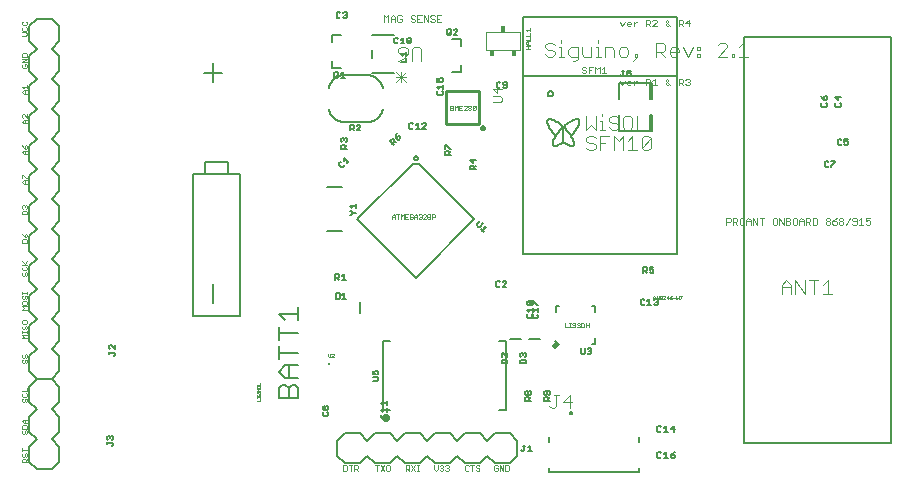
<source format=gbr>
G04 EAGLE Gerber RS-274X export*
G75*
%MOMM*%
%FSLAX34Y34*%
%LPD*%
%INSilkscreen Top*%
%IPPOS*%
%AMOC8*
5,1,8,0,0,1.08239X$1,22.5*%
G01*
%ADD10C,0.101600*%
%ADD11C,0.050800*%
%ADD12C,0.025400*%
%ADD13C,0.127000*%
%ADD14C,0.203200*%
%ADD15C,0.508000*%
%ADD16C,0.100000*%
%ADD17R,0.400000X0.500000*%
%ADD18C,0.000000*%
%ADD19C,0.152400*%
%ADD20C,0.254000*%
%ADD21C,0.076200*%
%ADD22C,0.250000*%
%ADD23C,0.718400*%
%ADD24C,0.200000*%


D10*
X452104Y361553D02*
X450155Y363502D01*
X446257Y363502D01*
X444308Y361553D01*
X444308Y359604D01*
X446257Y357655D01*
X450155Y357655D01*
X452104Y355706D01*
X452104Y353757D01*
X450155Y351808D01*
X446257Y351808D01*
X444308Y353757D01*
X456002Y359604D02*
X457951Y359604D01*
X457951Y351808D01*
X456002Y351808D02*
X459900Y351808D01*
X457951Y363502D02*
X457951Y365451D01*
X467696Y347910D02*
X469645Y347910D01*
X471594Y349859D01*
X471594Y359604D01*
X465747Y359604D01*
X463798Y357655D01*
X463798Y353757D01*
X465747Y351808D01*
X471594Y351808D01*
X475492Y353757D02*
X475492Y359604D01*
X475492Y353757D02*
X477441Y351808D01*
X483288Y351808D01*
X483288Y359604D01*
X487186Y359604D02*
X489135Y359604D01*
X489135Y351808D01*
X487186Y351808D02*
X491084Y351808D01*
X489135Y363502D02*
X489135Y365451D01*
X494982Y359604D02*
X494982Y351808D01*
X494982Y359604D02*
X500829Y359604D01*
X502778Y357655D01*
X502778Y351808D01*
X508625Y351808D02*
X512523Y351808D01*
X514472Y353757D01*
X514472Y357655D01*
X512523Y359604D01*
X508625Y359604D01*
X506676Y357655D01*
X506676Y353757D01*
X508625Y351808D01*
X518370Y347910D02*
X522268Y351808D01*
X522268Y353757D01*
X520319Y353757D01*
X520319Y351808D01*
X522268Y351808D01*
X537860Y351808D02*
X537860Y363502D01*
X543707Y363502D01*
X545656Y361553D01*
X545656Y357655D01*
X543707Y355706D01*
X537860Y355706D01*
X541758Y355706D02*
X545656Y351808D01*
X551503Y351808D02*
X555401Y351808D01*
X551503Y351808D02*
X549554Y353757D01*
X549554Y357655D01*
X551503Y359604D01*
X555401Y359604D01*
X557350Y357655D01*
X557350Y355706D01*
X549554Y355706D01*
X561248Y359604D02*
X565146Y351808D01*
X569044Y359604D01*
X572942Y359604D02*
X574891Y359604D01*
X574891Y357655D01*
X572942Y357655D01*
X572942Y359604D01*
X572942Y353757D02*
X574891Y353757D01*
X574891Y351808D01*
X572942Y351808D01*
X572942Y353757D01*
X590483Y351808D02*
X598279Y351808D01*
X590483Y351808D02*
X598279Y359604D01*
X598279Y361553D01*
X596330Y363502D01*
X592432Y363502D01*
X590483Y361553D01*
X602177Y353757D02*
X602177Y351808D01*
X602177Y353757D02*
X604126Y353757D01*
X604126Y351808D01*
X602177Y351808D01*
X608024Y359604D02*
X611921Y363502D01*
X611921Y351808D01*
X608024Y351808D02*
X615819Y351808D01*
D11*
X378502Y5750D02*
X379251Y5001D01*
X378502Y5750D02*
X377003Y5750D01*
X376254Y5001D01*
X376254Y2003D01*
X377003Y1254D01*
X378502Y1254D01*
X379251Y2003D01*
X382357Y1254D02*
X382357Y5750D01*
X383855Y5750D02*
X380858Y5750D01*
X387710Y5750D02*
X388459Y5001D01*
X387710Y5750D02*
X386211Y5750D01*
X385462Y5001D01*
X385462Y4251D01*
X386211Y3502D01*
X387710Y3502D01*
X388459Y2753D01*
X388459Y2003D01*
X387710Y1254D01*
X386211Y1254D01*
X385462Y2003D01*
X403502Y5750D02*
X404251Y5001D01*
X403502Y5750D02*
X402003Y5750D01*
X401254Y5001D01*
X401254Y2003D01*
X402003Y1254D01*
X403502Y1254D01*
X404251Y2003D01*
X404251Y3502D01*
X402753Y3502D01*
X405858Y1254D02*
X405858Y5750D01*
X408855Y1254D01*
X408855Y5750D01*
X410462Y5750D02*
X410462Y1254D01*
X412710Y1254D01*
X413459Y2003D01*
X413459Y5001D01*
X412710Y5750D01*
X410462Y5750D01*
X350254Y5750D02*
X350254Y2753D01*
X351753Y1254D01*
X353251Y2753D01*
X353251Y5750D01*
X354858Y5001D02*
X355607Y5750D01*
X357106Y5750D01*
X357855Y5001D01*
X357855Y4251D01*
X357106Y3502D01*
X356357Y3502D01*
X357106Y3502D02*
X357855Y2753D01*
X357855Y2003D01*
X357106Y1254D01*
X355607Y1254D01*
X354858Y2003D01*
X359462Y5001D02*
X360211Y5750D01*
X361710Y5750D01*
X362459Y5001D01*
X362459Y4251D01*
X361710Y3502D01*
X360960Y3502D01*
X361710Y3502D02*
X362459Y2753D01*
X362459Y2003D01*
X361710Y1254D01*
X360211Y1254D01*
X359462Y2003D01*
X326254Y1254D02*
X326254Y5750D01*
X328502Y5750D01*
X329251Y5001D01*
X329251Y3502D01*
X328502Y2753D01*
X326254Y2753D01*
X327753Y2753D02*
X329251Y1254D01*
X333855Y1254D02*
X330858Y5750D01*
X333855Y5750D02*
X330858Y1254D01*
X335462Y1254D02*
X336960Y1254D01*
X336211Y1254D02*
X336211Y5750D01*
X335462Y5750D02*
X336960Y5750D01*
X301753Y5750D02*
X301753Y1254D01*
X303251Y5750D02*
X300254Y5750D01*
X304858Y5750D02*
X307855Y1254D01*
X304858Y1254D02*
X307855Y5750D01*
X310211Y5750D02*
X311710Y5750D01*
X310211Y5750D02*
X309462Y5001D01*
X309462Y2003D01*
X310211Y1254D01*
X311710Y1254D01*
X312459Y2003D01*
X312459Y5001D01*
X311710Y5750D01*
X273254Y5750D02*
X273254Y1254D01*
X275502Y1254D01*
X276251Y2003D01*
X276251Y5001D01*
X275502Y5750D01*
X273254Y5750D01*
X279357Y5750D02*
X279357Y1254D01*
X280855Y5750D02*
X277858Y5750D01*
X282462Y5750D02*
X282462Y1254D01*
X282462Y5750D02*
X284710Y5750D01*
X285459Y5001D01*
X285459Y3502D01*
X284710Y2753D01*
X282462Y2753D01*
X283960Y2753D02*
X285459Y1254D01*
X4247Y369254D02*
X1250Y369254D01*
X4247Y369254D02*
X5746Y370753D01*
X4247Y372251D01*
X1250Y372251D01*
X1250Y376106D02*
X1999Y376855D01*
X1250Y376106D02*
X1250Y374607D01*
X1999Y373858D01*
X4997Y373858D01*
X5746Y374607D01*
X5746Y376106D01*
X4997Y376855D01*
X1250Y380710D02*
X1999Y381459D01*
X1250Y380710D02*
X1250Y379211D01*
X1999Y378462D01*
X4997Y378462D01*
X5746Y379211D01*
X5746Y380710D01*
X4997Y381459D01*
X1999Y345251D02*
X1250Y344502D01*
X1250Y343003D01*
X1999Y342254D01*
X4997Y342254D01*
X5746Y343003D01*
X5746Y344502D01*
X4997Y345251D01*
X3498Y345251D01*
X3498Y343753D01*
X5746Y346858D02*
X1250Y346858D01*
X5746Y349855D01*
X1250Y349855D01*
X1250Y351462D02*
X5746Y351462D01*
X5746Y353710D01*
X4997Y354459D01*
X1999Y354459D01*
X1250Y353710D01*
X1250Y351462D01*
X2749Y320254D02*
X5746Y320254D01*
X2749Y320254D02*
X1250Y321753D01*
X2749Y323251D01*
X5746Y323251D01*
X3498Y323251D02*
X3498Y320254D01*
X2749Y324858D02*
X1250Y326357D01*
X5746Y326357D01*
X5746Y327855D02*
X5746Y324858D01*
X5746Y295254D02*
X2749Y295254D01*
X1250Y296753D01*
X2749Y298251D01*
X5746Y298251D01*
X3498Y298251D02*
X3498Y295254D01*
X5746Y299858D02*
X5746Y302855D01*
X5746Y299858D02*
X2749Y302855D01*
X1999Y302855D01*
X1250Y302106D01*
X1250Y300607D01*
X1999Y299858D01*
X2749Y269254D02*
X5746Y269254D01*
X2749Y269254D02*
X1250Y270753D01*
X2749Y272251D01*
X5746Y272251D01*
X3498Y272251D02*
X3498Y269254D01*
X1999Y275357D02*
X1250Y276855D01*
X1999Y275357D02*
X3498Y273858D01*
X4997Y273858D01*
X5746Y274607D01*
X5746Y276106D01*
X4997Y276855D01*
X4247Y276855D01*
X3498Y276106D01*
X3498Y273858D01*
X2749Y244254D02*
X5746Y244254D01*
X2749Y244254D02*
X1250Y245753D01*
X2749Y247251D01*
X5746Y247251D01*
X3498Y247251D02*
X3498Y244254D01*
X1250Y248858D02*
X1250Y251855D01*
X1999Y251855D01*
X4997Y248858D01*
X5746Y248858D01*
X5746Y218254D02*
X1250Y218254D01*
X5746Y218254D02*
X5746Y220502D01*
X4997Y221251D01*
X1999Y221251D01*
X1250Y220502D01*
X1250Y218254D01*
X1999Y222858D02*
X1250Y223607D01*
X1250Y225106D01*
X1999Y225855D01*
X2749Y225855D01*
X3498Y225106D01*
X3498Y224357D01*
X3498Y225106D02*
X4247Y225855D01*
X4997Y225855D01*
X5746Y225106D01*
X5746Y223607D01*
X4997Y222858D01*
X5746Y194254D02*
X1250Y194254D01*
X5746Y194254D02*
X5746Y196502D01*
X4997Y197251D01*
X1999Y197251D01*
X1250Y196502D01*
X1250Y194254D01*
X1999Y200357D02*
X1250Y201855D01*
X1999Y200357D02*
X3498Y198858D01*
X4997Y198858D01*
X5746Y199607D01*
X5746Y201106D01*
X4997Y201855D01*
X4247Y201855D01*
X3498Y201106D01*
X3498Y198858D01*
X1999Y169251D02*
X1250Y168502D01*
X1250Y167003D01*
X1999Y166254D01*
X2749Y166254D01*
X3498Y167003D01*
X3498Y168502D01*
X4247Y169251D01*
X4997Y169251D01*
X5746Y168502D01*
X5746Y167003D01*
X4997Y166254D01*
X1250Y173106D02*
X1999Y173855D01*
X1250Y173106D02*
X1250Y171607D01*
X1999Y170858D01*
X4997Y170858D01*
X5746Y171607D01*
X5746Y173106D01*
X4997Y173855D01*
X5746Y175462D02*
X1250Y175462D01*
X4247Y175462D02*
X1250Y178459D01*
X3498Y176211D02*
X5746Y178459D01*
X5746Y137254D02*
X1250Y137254D01*
X2749Y138753D01*
X1250Y140251D01*
X5746Y140251D01*
X1250Y142607D02*
X1250Y144106D01*
X1250Y142607D02*
X1999Y141858D01*
X4997Y141858D01*
X5746Y142607D01*
X5746Y144106D01*
X4997Y144855D01*
X1999Y144855D01*
X1250Y144106D01*
X1250Y148710D02*
X1999Y149459D01*
X1250Y148710D02*
X1250Y147211D01*
X1999Y146462D01*
X2749Y146462D01*
X3498Y147211D01*
X3498Y148710D01*
X4247Y149459D01*
X4997Y149459D01*
X5746Y148710D01*
X5746Y147211D01*
X4997Y146462D01*
X5746Y151066D02*
X5746Y152564D01*
X5746Y151815D02*
X1250Y151815D01*
X1250Y151066D02*
X1250Y152564D01*
X1250Y113254D02*
X5746Y113254D01*
X2749Y114753D02*
X1250Y113254D01*
X2749Y114753D02*
X1250Y116251D01*
X5746Y116251D01*
X5746Y117858D02*
X5746Y119357D01*
X5746Y118607D02*
X1250Y118607D01*
X1250Y117858D02*
X1250Y119357D01*
X1250Y123175D02*
X1999Y123924D01*
X1250Y123175D02*
X1250Y121676D01*
X1999Y120927D01*
X2749Y120927D01*
X3498Y121676D01*
X3498Y123175D01*
X4247Y123924D01*
X4997Y123924D01*
X5746Y123175D01*
X5746Y121676D01*
X4997Y120927D01*
X1250Y126280D02*
X1250Y127779D01*
X1250Y126280D02*
X1999Y125531D01*
X4997Y125531D01*
X5746Y126280D01*
X5746Y127779D01*
X4997Y128528D01*
X1999Y128528D01*
X1250Y127779D01*
X1999Y95251D02*
X1250Y94502D01*
X1250Y93003D01*
X1999Y92254D01*
X2749Y92254D01*
X3498Y93003D01*
X3498Y94502D01*
X4247Y95251D01*
X4997Y95251D01*
X5746Y94502D01*
X5746Y93003D01*
X4997Y92254D01*
X1250Y99106D02*
X1999Y99855D01*
X1250Y99106D02*
X1250Y97607D01*
X1999Y96858D01*
X2749Y96858D01*
X3498Y97607D01*
X3498Y99106D01*
X4247Y99855D01*
X4997Y99855D01*
X5746Y99106D01*
X5746Y97607D01*
X4997Y96858D01*
X5746Y8254D02*
X1250Y8254D01*
X1250Y10502D01*
X1999Y11251D01*
X3498Y11251D01*
X4247Y10502D01*
X4247Y8254D01*
X4247Y9753D02*
X5746Y11251D01*
X1250Y15106D02*
X1999Y15855D01*
X1250Y15106D02*
X1250Y13607D01*
X1999Y12858D01*
X2749Y12858D01*
X3498Y13607D01*
X3498Y15106D01*
X4247Y15855D01*
X4997Y15855D01*
X5746Y15106D01*
X5746Y13607D01*
X4997Y12858D01*
X5746Y18960D02*
X1250Y18960D01*
X1250Y17462D02*
X1250Y20459D01*
X1250Y34502D02*
X1999Y35251D01*
X1250Y34502D02*
X1250Y33003D01*
X1999Y32254D01*
X2749Y32254D01*
X3498Y33003D01*
X3498Y34502D01*
X4247Y35251D01*
X4997Y35251D01*
X5746Y34502D01*
X5746Y33003D01*
X4997Y32254D01*
X5746Y36858D02*
X1250Y36858D01*
X5746Y36858D02*
X5746Y39106D01*
X4997Y39855D01*
X1999Y39855D01*
X1250Y39106D01*
X1250Y36858D01*
X2749Y41462D02*
X5746Y41462D01*
X2749Y41462D02*
X1250Y42960D01*
X2749Y44459D01*
X5746Y44459D01*
X3498Y44459D02*
X3498Y41462D01*
X1250Y61502D02*
X1999Y62251D01*
X1250Y61502D02*
X1250Y60003D01*
X1999Y59254D01*
X2749Y59254D01*
X3498Y60003D01*
X3498Y61502D01*
X4247Y62251D01*
X4997Y62251D01*
X5746Y61502D01*
X5746Y60003D01*
X4997Y59254D01*
X1250Y66106D02*
X1999Y66855D01*
X1250Y66106D02*
X1250Y64607D01*
X1999Y63858D01*
X4997Y63858D01*
X5746Y64607D01*
X5746Y66106D01*
X4997Y66855D01*
X5746Y68462D02*
X1250Y68462D01*
X5746Y68462D02*
X5746Y71459D01*
D12*
X460927Y122427D02*
X460927Y126240D01*
X460927Y122427D02*
X463469Y122427D01*
X464669Y122427D02*
X465940Y122427D01*
X465305Y122427D02*
X465305Y126240D01*
X465940Y126240D02*
X464669Y126240D01*
X469070Y126240D02*
X469706Y125605D01*
X469070Y126240D02*
X467799Y126240D01*
X467164Y125605D01*
X467164Y124969D01*
X467799Y124334D01*
X469070Y124334D01*
X469706Y123698D01*
X469706Y123063D01*
X469070Y122427D01*
X467799Y122427D01*
X467164Y123063D01*
X470906Y125605D02*
X471541Y126240D01*
X472812Y126240D01*
X473448Y125605D01*
X473448Y124969D01*
X472812Y124334D01*
X472177Y124334D01*
X472812Y124334D02*
X473448Y123698D01*
X473448Y123063D01*
X472812Y122427D01*
X471541Y122427D01*
X470906Y123063D01*
X474648Y122427D02*
X474648Y126240D01*
X474648Y122427D02*
X476555Y122427D01*
X477190Y123063D01*
X477190Y125605D01*
X476555Y126240D01*
X474648Y126240D01*
X478390Y126240D02*
X478390Y122427D01*
X478390Y124334D02*
X480932Y124334D01*
X480932Y126240D02*
X480932Y122427D01*
X363927Y306427D02*
X363927Y310240D01*
X365834Y310240D01*
X366469Y309605D01*
X366469Y308969D01*
X365834Y308334D01*
X366469Y307698D01*
X366469Y307063D01*
X365834Y306427D01*
X363927Y306427D01*
X363927Y308334D02*
X365834Y308334D01*
X367669Y310240D02*
X367669Y306427D01*
X368940Y308969D02*
X367669Y310240D01*
X368940Y308969D02*
X370211Y310240D01*
X370211Y306427D01*
X371411Y310240D02*
X373953Y310240D01*
X371411Y310240D02*
X371411Y306427D01*
X373953Y306427D01*
X372682Y308334D02*
X371411Y308334D01*
X375153Y306427D02*
X377695Y306427D01*
X375153Y306427D02*
X377695Y308969D01*
X377695Y309605D01*
X377060Y310240D01*
X375789Y310240D01*
X375153Y309605D01*
X378895Y309605D02*
X379531Y310240D01*
X380802Y310240D01*
X381437Y309605D01*
X381437Y308969D01*
X380802Y308334D01*
X381437Y307698D01*
X381437Y307063D01*
X380802Y306427D01*
X379531Y306427D01*
X378895Y307063D01*
X378895Y307698D01*
X379531Y308334D01*
X378895Y308969D01*
X378895Y309605D01*
X379531Y308334D02*
X380802Y308334D01*
X382637Y307063D02*
X382637Y309605D01*
X383273Y310240D01*
X384544Y310240D01*
X385179Y309605D01*
X385179Y307063D01*
X384544Y306427D01*
X383273Y306427D01*
X382637Y307063D01*
X385179Y309605D01*
X202673Y60427D02*
X200385Y60427D01*
X202673Y60427D02*
X202673Y61952D01*
X202673Y62766D02*
X202673Y63528D01*
X202673Y63147D02*
X200385Y63147D01*
X200385Y62766D02*
X200385Y63528D01*
X200385Y65469D02*
X200766Y65850D01*
X200385Y65469D02*
X200385Y64706D01*
X200766Y64325D01*
X201148Y64325D01*
X201529Y64706D01*
X201529Y65469D01*
X201910Y65850D01*
X202292Y65850D01*
X202673Y65469D01*
X202673Y64706D01*
X202292Y64325D01*
X200766Y66664D02*
X200385Y67045D01*
X200385Y67808D01*
X200766Y68189D01*
X201148Y68189D01*
X201529Y67808D01*
X201529Y67426D01*
X201529Y67808D02*
X201910Y68189D01*
X202292Y68189D01*
X202673Y67808D01*
X202673Y67045D01*
X202292Y66664D01*
X202673Y69003D02*
X200385Y69003D01*
X201148Y69765D01*
X200385Y70528D01*
X202673Y70528D01*
X202673Y71341D02*
X200385Y71341D01*
X202673Y71341D02*
X202673Y72485D01*
X202292Y72867D01*
X200766Y72867D01*
X200385Y72485D01*
X200385Y71341D01*
X200385Y73680D02*
X202673Y73680D01*
X202673Y75205D01*
X314506Y214363D02*
X314506Y216905D01*
X315777Y218176D01*
X317048Y216905D01*
X317048Y214363D01*
X317048Y216270D02*
X314506Y216270D01*
X319519Y214363D02*
X319519Y218176D01*
X318248Y218176D02*
X320790Y218176D01*
X321990Y218176D02*
X321990Y214363D01*
X323261Y216905D02*
X321990Y218176D01*
X323261Y216905D02*
X324533Y218176D01*
X324533Y214363D01*
X325732Y218176D02*
X328275Y218176D01*
X325732Y218176D02*
X325732Y214363D01*
X328275Y214363D01*
X327003Y216270D02*
X325732Y216270D01*
X331381Y218176D02*
X332017Y217541D01*
X331381Y218176D02*
X330110Y218176D01*
X329474Y217541D01*
X329474Y214999D01*
X330110Y214363D01*
X331381Y214363D01*
X332017Y214999D01*
X332017Y216270D01*
X330746Y216270D01*
X333217Y216905D02*
X333217Y214363D01*
X333217Y216905D02*
X334488Y218176D01*
X335759Y216905D01*
X335759Y214363D01*
X335759Y216270D02*
X333217Y216270D01*
X336959Y217541D02*
X337594Y218176D01*
X338865Y218176D01*
X339501Y217541D01*
X339501Y216905D01*
X338865Y216270D01*
X338230Y216270D01*
X338865Y216270D02*
X339501Y215634D01*
X339501Y214999D01*
X338865Y214363D01*
X337594Y214363D01*
X336959Y214999D01*
X340701Y214363D02*
X343243Y214363D01*
X340701Y214363D02*
X343243Y216905D01*
X343243Y217541D01*
X342607Y218176D01*
X341336Y218176D01*
X340701Y217541D01*
X344443Y217541D02*
X345078Y218176D01*
X346349Y218176D01*
X346985Y217541D01*
X346985Y216905D01*
X346349Y216270D01*
X346985Y215634D01*
X346985Y214999D01*
X346349Y214363D01*
X345078Y214363D01*
X344443Y214999D01*
X344443Y215634D01*
X345078Y216270D01*
X344443Y216905D01*
X344443Y217541D01*
X345078Y216270D02*
X346349Y216270D01*
X348185Y218176D02*
X348185Y214363D01*
X348185Y218176D02*
X350091Y218176D01*
X350727Y217541D01*
X350727Y216270D01*
X350091Y215634D01*
X348185Y215634D01*
X535668Y148243D02*
X535668Y146379D01*
X535668Y148243D02*
X536600Y149175D01*
X537532Y148243D01*
X537532Y146379D01*
X537532Y147777D02*
X535668Y147777D01*
X538475Y146379D02*
X538475Y149175D01*
X538475Y147777D02*
X540339Y147777D01*
X540339Y149175D02*
X540339Y146379D01*
X541281Y146845D02*
X541747Y146379D01*
X542679Y146379D01*
X543145Y146845D01*
X543145Y148709D01*
X542679Y149175D01*
X541747Y149175D01*
X541281Y148709D01*
X541281Y148243D01*
X541747Y147777D01*
X543145Y147777D01*
X544088Y146379D02*
X545952Y146379D01*
X544088Y146379D02*
X545952Y148243D01*
X545952Y148709D01*
X545486Y149175D01*
X544554Y149175D01*
X544088Y148709D01*
X548292Y149175D02*
X548292Y146379D01*
X546894Y147777D02*
X548292Y149175D01*
X548758Y147777D02*
X546894Y147777D01*
X550633Y148709D02*
X551565Y149175D01*
X550633Y148709D02*
X549701Y147777D01*
X549701Y146845D01*
X550167Y146379D01*
X551099Y146379D01*
X551565Y146845D01*
X551565Y147311D01*
X551099Y147777D01*
X549701Y147777D01*
X552507Y147777D02*
X554371Y147777D01*
X555314Y149175D02*
X555314Y146379D01*
X556246Y147311D01*
X557178Y146379D01*
X557178Y149175D01*
X558120Y149175D02*
X559985Y149175D01*
X559985Y148709D01*
X558120Y146845D01*
X558120Y146379D01*
D11*
X597565Y209458D02*
X597565Y215051D01*
X600362Y215051D01*
X601294Y214119D01*
X601294Y212254D01*
X600362Y211322D01*
X597565Y211322D01*
X603179Y209458D02*
X603179Y215051D01*
X605975Y215051D01*
X606907Y214119D01*
X606907Y212254D01*
X605975Y211322D01*
X603179Y211322D01*
X605043Y211322D02*
X606907Y209458D01*
X609724Y215051D02*
X611588Y215051D01*
X609724Y215051D02*
X608792Y214119D01*
X608792Y210390D01*
X609724Y209458D01*
X611588Y209458D01*
X612520Y210390D01*
X612520Y214119D01*
X611588Y215051D01*
X614405Y213187D02*
X614405Y209458D01*
X614405Y213187D02*
X616269Y215051D01*
X618133Y213187D01*
X618133Y209458D01*
X618133Y212254D02*
X614405Y212254D01*
X620018Y209458D02*
X620018Y215051D01*
X623746Y209458D01*
X623746Y215051D01*
X627495Y215051D02*
X627495Y209458D01*
X625631Y215051D02*
X629359Y215051D01*
X637789Y215051D02*
X639653Y215051D01*
X637789Y215051D02*
X636857Y214119D01*
X636857Y210390D01*
X637789Y209458D01*
X639653Y209458D01*
X640586Y210390D01*
X640586Y214119D01*
X639653Y215051D01*
X642470Y215051D02*
X642470Y209458D01*
X646199Y209458D02*
X642470Y215051D01*
X646199Y215051D02*
X646199Y209458D01*
X648083Y209458D02*
X648083Y215051D01*
X650880Y215051D01*
X651812Y214119D01*
X651812Y213187D01*
X650880Y212254D01*
X651812Y211322D01*
X651812Y210390D01*
X650880Y209458D01*
X648083Y209458D01*
X648083Y212254D02*
X650880Y212254D01*
X654629Y215051D02*
X656493Y215051D01*
X654629Y215051D02*
X653696Y214119D01*
X653696Y210390D01*
X654629Y209458D01*
X656493Y209458D01*
X657425Y210390D01*
X657425Y214119D01*
X656493Y215051D01*
X659309Y213187D02*
X659309Y209458D01*
X659309Y213187D02*
X661174Y215051D01*
X663038Y213187D01*
X663038Y209458D01*
X663038Y212254D02*
X659309Y212254D01*
X664923Y209458D02*
X664923Y215051D01*
X667719Y215051D01*
X668651Y214119D01*
X668651Y212254D01*
X667719Y211322D01*
X664923Y211322D01*
X666787Y211322D02*
X668651Y209458D01*
X670536Y209458D02*
X670536Y215051D01*
X670536Y209458D02*
X673332Y209458D01*
X674264Y210390D01*
X674264Y214119D01*
X673332Y215051D01*
X670536Y215051D01*
X681762Y214119D02*
X682694Y215051D01*
X684558Y215051D01*
X685490Y214119D01*
X685490Y213187D01*
X684558Y212254D01*
X685490Y211322D01*
X685490Y210390D01*
X684558Y209458D01*
X682694Y209458D01*
X681762Y210390D01*
X681762Y211322D01*
X682694Y212254D01*
X681762Y213187D01*
X681762Y214119D01*
X682694Y212254D02*
X684558Y212254D01*
X689239Y214119D02*
X691103Y215051D01*
X689239Y214119D02*
X687375Y212254D01*
X687375Y210390D01*
X688307Y209458D01*
X690171Y209458D01*
X691103Y210390D01*
X691103Y211322D01*
X690171Y212254D01*
X687375Y212254D01*
X692988Y214119D02*
X693920Y215051D01*
X695784Y215051D01*
X696717Y214119D01*
X696717Y213187D01*
X695784Y212254D01*
X696717Y211322D01*
X696717Y210390D01*
X695784Y209458D01*
X693920Y209458D01*
X692988Y210390D01*
X692988Y211322D01*
X693920Y212254D01*
X692988Y213187D01*
X692988Y214119D01*
X693920Y212254D02*
X695784Y212254D01*
X698601Y209458D02*
X702330Y215051D01*
X704214Y210390D02*
X705146Y209458D01*
X707011Y209458D01*
X707943Y210390D01*
X707943Y214119D01*
X707011Y215051D01*
X705146Y215051D01*
X704214Y214119D01*
X704214Y213187D01*
X705146Y212254D01*
X707943Y212254D01*
X709827Y213187D02*
X711692Y215051D01*
X711692Y209458D01*
X713556Y209458D02*
X709827Y209458D01*
X715440Y215051D02*
X719169Y215051D01*
X715440Y215051D02*
X715440Y212254D01*
X717305Y213187D01*
X718237Y213187D01*
X719169Y212254D01*
X719169Y210390D01*
X718237Y209458D01*
X716373Y209458D01*
X715440Y210390D01*
X307736Y381158D02*
X307736Y386751D01*
X309600Y384887D01*
X311464Y386751D01*
X311464Y381158D01*
X313349Y381158D02*
X313349Y384887D01*
X315213Y386751D01*
X317078Y384887D01*
X317078Y381158D01*
X317078Y383954D02*
X313349Y383954D01*
X321759Y386751D02*
X322691Y385819D01*
X321759Y386751D02*
X319894Y386751D01*
X318962Y385819D01*
X318962Y382090D01*
X319894Y381158D01*
X321759Y381158D01*
X322691Y382090D01*
X322691Y383954D01*
X320826Y383954D01*
X332985Y386751D02*
X333917Y385819D01*
X332985Y386751D02*
X331120Y386751D01*
X330188Y385819D01*
X330188Y384887D01*
X331120Y383954D01*
X332985Y383954D01*
X333917Y383022D01*
X333917Y382090D01*
X332985Y381158D01*
X331120Y381158D01*
X330188Y382090D01*
X335801Y386751D02*
X339530Y386751D01*
X335801Y386751D02*
X335801Y381158D01*
X339530Y381158D01*
X337666Y383954D02*
X335801Y383954D01*
X341415Y381158D02*
X341415Y386751D01*
X345143Y381158D01*
X345143Y386751D01*
X349824Y386751D02*
X350756Y385819D01*
X349824Y386751D02*
X347960Y386751D01*
X347028Y385819D01*
X347028Y384887D01*
X347960Y383954D01*
X349824Y383954D01*
X350756Y383022D01*
X350756Y382090D01*
X349824Y381158D01*
X347960Y381158D01*
X347028Y382090D01*
X352641Y386751D02*
X356369Y386751D01*
X352641Y386751D02*
X352641Y381158D01*
X356369Y381158D01*
X354505Y383954D02*
X352641Y383954D01*
D13*
X271574Y262640D02*
X270435Y262640D01*
X269297Y261502D01*
X269297Y260363D01*
X271574Y258086D01*
X272712Y258086D01*
X273850Y259225D01*
X273850Y260363D01*
X273835Y263763D02*
X273835Y266040D01*
X277250Y262625D01*
X276112Y261486D02*
X278389Y263763D01*
X404837Y161449D02*
X405642Y160644D01*
X404837Y161449D02*
X403227Y161449D01*
X402422Y160644D01*
X402422Y157424D01*
X403227Y156619D01*
X404837Y156619D01*
X405642Y157424D01*
X408035Y156619D02*
X411255Y156619D01*
X408035Y156619D02*
X411255Y159839D01*
X411255Y160644D01*
X410450Y161449D01*
X408840Y161449D01*
X408035Y160644D01*
X270742Y388580D02*
X269937Y389385D01*
X268327Y389385D01*
X267522Y388580D01*
X267522Y385360D01*
X268327Y384555D01*
X269937Y384555D01*
X270742Y385360D01*
X273135Y388580D02*
X273940Y389385D01*
X275550Y389385D01*
X276355Y388580D01*
X276355Y387775D01*
X275550Y386970D01*
X274745Y386970D01*
X275550Y386970D02*
X276355Y386165D01*
X276355Y385360D01*
X275550Y384555D01*
X273940Y384555D01*
X273135Y385360D01*
X287675Y144263D02*
X287675Y134738D01*
X266822Y146485D02*
X266822Y151315D01*
X266822Y146485D02*
X269237Y146485D01*
X270042Y147290D01*
X270042Y150510D01*
X269237Y151315D01*
X266822Y151315D01*
X272435Y149705D02*
X274045Y151315D01*
X274045Y146485D01*
X272435Y146485D02*
X275655Y146485D01*
D14*
X395300Y26350D02*
X401650Y32700D01*
X414350Y32700D01*
X420700Y26350D01*
X420700Y13650D02*
X414350Y7300D01*
X401650Y7300D01*
X395300Y13650D01*
X363550Y32700D02*
X350850Y32700D01*
X363550Y32700D02*
X369900Y26350D01*
X369900Y13650D02*
X363550Y7300D01*
X369900Y26350D02*
X376250Y32700D01*
X388950Y32700D01*
X395300Y26350D01*
X395300Y13650D02*
X388950Y7300D01*
X376250Y7300D01*
X369900Y13650D01*
X325450Y32700D02*
X319100Y26350D01*
X325450Y32700D02*
X338150Y32700D01*
X344500Y26350D01*
X344500Y13650D02*
X338150Y7300D01*
X325450Y7300D01*
X319100Y13650D01*
X344500Y26350D02*
X350850Y32700D01*
X344500Y13650D02*
X350850Y7300D01*
X363550Y7300D01*
X287350Y32700D02*
X274650Y32700D01*
X287350Y32700D02*
X293700Y26350D01*
X293700Y13650D02*
X287350Y7300D01*
X293700Y26350D02*
X300050Y32700D01*
X312750Y32700D01*
X319100Y26350D01*
X319100Y13650D02*
X312750Y7300D01*
X300050Y7300D01*
X293700Y13650D01*
X268300Y13650D02*
X268300Y26350D01*
X274650Y32700D01*
X268300Y13650D02*
X274650Y7300D01*
X287350Y7300D01*
X420700Y13650D02*
X420700Y26350D01*
D13*
X423935Y18410D02*
X424740Y17605D01*
X425545Y17605D01*
X426350Y18410D01*
X426350Y22435D01*
X425545Y22435D02*
X427155Y22435D01*
X429548Y20825D02*
X431158Y22435D01*
X431158Y17605D01*
X429548Y17605D02*
X432768Y17605D01*
D14*
X7500Y237550D02*
X7500Y250250D01*
X13850Y256600D01*
X26550Y256600D02*
X32900Y250250D01*
X7500Y212150D02*
X13850Y205800D01*
X7500Y212150D02*
X7500Y224850D01*
X13850Y231200D01*
X26550Y231200D02*
X32900Y224850D01*
X32900Y212150D01*
X26550Y205800D01*
X13850Y231200D02*
X7500Y237550D01*
X26550Y231200D02*
X32900Y237550D01*
X32900Y250250D01*
X7500Y174050D02*
X7500Y161350D01*
X7500Y174050D02*
X13850Y180400D01*
X26550Y180400D02*
X32900Y174050D01*
X13850Y180400D02*
X7500Y186750D01*
X7500Y199450D01*
X13850Y205800D01*
X26550Y205800D02*
X32900Y199450D01*
X32900Y186750D01*
X26550Y180400D01*
X7500Y135950D02*
X13850Y129600D01*
X7500Y135950D02*
X7500Y148650D01*
X13850Y155000D01*
X26550Y155000D02*
X32900Y148650D01*
X32900Y135950D01*
X26550Y129600D01*
X13850Y155000D02*
X7500Y161350D01*
X26550Y155000D02*
X32900Y161350D01*
X32900Y174050D01*
X7500Y97850D02*
X7500Y85150D01*
X7500Y97850D02*
X13850Y104200D01*
X26550Y104200D02*
X32900Y97850D01*
X13850Y104200D02*
X7500Y110550D01*
X7500Y123250D01*
X13850Y129600D01*
X26550Y129600D02*
X32900Y123250D01*
X32900Y110550D01*
X26550Y104200D01*
X26550Y78800D02*
X13850Y78800D01*
X7500Y85150D01*
X26550Y78800D02*
X32900Y85150D01*
X32900Y97850D01*
X7500Y262950D02*
X7500Y275650D01*
X13850Y282000D01*
X26550Y282000D02*
X32900Y275650D01*
X13850Y256600D02*
X7500Y262950D01*
X26550Y256600D02*
X32900Y262950D01*
X32900Y275650D01*
X7500Y288350D02*
X7500Y301050D01*
X13850Y307400D01*
X26550Y307400D02*
X32900Y301050D01*
X13850Y282000D02*
X7500Y288350D01*
X26550Y282000D02*
X32900Y288350D01*
X32900Y301050D01*
X7500Y313750D02*
X7500Y326450D01*
X13850Y332800D01*
X26550Y332800D02*
X32900Y326450D01*
X13850Y307400D02*
X7500Y313750D01*
X26550Y307400D02*
X32900Y313750D01*
X32900Y326450D01*
X7500Y339150D02*
X7500Y351850D01*
X13850Y358200D01*
X26550Y358200D02*
X32900Y351850D01*
X13850Y332800D02*
X7500Y339150D01*
X26550Y332800D02*
X32900Y339150D01*
X32900Y351850D01*
X7500Y364550D02*
X7500Y377250D01*
X13850Y383600D01*
X26550Y383600D01*
X32900Y377250D01*
X13850Y358200D02*
X7500Y364550D01*
X26550Y358200D02*
X32900Y364550D01*
X32900Y377250D01*
D13*
X79595Y99240D02*
X78790Y98435D01*
X79595Y99240D02*
X79595Y100045D01*
X78790Y100850D01*
X74765Y100850D01*
X74765Y100045D02*
X74765Y101655D01*
X79595Y104048D02*
X79595Y107268D01*
X79595Y104048D02*
X76375Y107268D01*
X75570Y107268D01*
X74765Y106463D01*
X74765Y104853D01*
X75570Y104048D01*
X266622Y162655D02*
X266622Y167485D01*
X269037Y167485D01*
X269842Y166680D01*
X269842Y165070D01*
X269037Y164265D01*
X266622Y164265D01*
X268232Y164265D02*
X269842Y162655D01*
X272235Y165875D02*
X273845Y167485D01*
X273845Y162655D01*
X272235Y162655D02*
X275455Y162655D01*
X276181Y273922D02*
X271351Y273922D01*
X271351Y276337D01*
X272156Y277142D01*
X273766Y277142D01*
X274571Y276337D01*
X274571Y273922D01*
X274571Y275532D02*
X276181Y277142D01*
X272156Y279535D02*
X271351Y280340D01*
X271351Y281950D01*
X272156Y282755D01*
X272961Y282755D01*
X273766Y281950D01*
X273766Y281145D01*
X273766Y281950D02*
X274571Y282755D01*
X275376Y282755D01*
X276181Y281950D01*
X276181Y280340D01*
X275376Y279535D01*
D14*
X384068Y214000D02*
X334500Y164432D01*
X284932Y214000D01*
X331990Y261058D01*
X337010Y261058D02*
X384068Y214000D01*
X337010Y261058D02*
X331990Y261058D01*
X333156Y265906D02*
X333158Y265984D01*
X333164Y266061D01*
X333174Y266139D01*
X333188Y266215D01*
X333205Y266291D01*
X333227Y266366D01*
X333252Y266439D01*
X333281Y266512D01*
X333314Y266582D01*
X333351Y266651D01*
X333390Y266718D01*
X333433Y266783D01*
X333480Y266845D01*
X333529Y266905D01*
X333582Y266963D01*
X333637Y267017D01*
X333695Y267069D01*
X333756Y267118D01*
X333819Y267164D01*
X333885Y267206D01*
X333952Y267245D01*
X334021Y267280D01*
X334092Y267312D01*
X334165Y267340D01*
X334239Y267365D01*
X334314Y267385D01*
X334390Y267402D01*
X334467Y267415D01*
X334544Y267424D01*
X334622Y267429D01*
X334699Y267430D01*
X334777Y267427D01*
X334855Y267420D01*
X334932Y267409D01*
X335008Y267394D01*
X335084Y267376D01*
X335158Y267353D01*
X335232Y267327D01*
X335303Y267297D01*
X335374Y267263D01*
X335442Y267226D01*
X335508Y267185D01*
X335573Y267141D01*
X335635Y267094D01*
X335694Y267044D01*
X335751Y266990D01*
X335805Y266934D01*
X335856Y266876D01*
X335904Y266814D01*
X335949Y266751D01*
X335990Y266685D01*
X336028Y266617D01*
X336063Y266547D01*
X336094Y266476D01*
X336121Y266403D01*
X336144Y266329D01*
X336164Y266253D01*
X336180Y266177D01*
X336192Y266100D01*
X336200Y266023D01*
X336204Y265945D01*
X336204Y265867D01*
X336200Y265789D01*
X336192Y265712D01*
X336180Y265635D01*
X336164Y265559D01*
X336144Y265483D01*
X336121Y265409D01*
X336094Y265336D01*
X336063Y265265D01*
X336028Y265195D01*
X335990Y265127D01*
X335949Y265061D01*
X335904Y264998D01*
X335856Y264936D01*
X335805Y264878D01*
X335751Y264822D01*
X335694Y264768D01*
X335635Y264718D01*
X335573Y264671D01*
X335508Y264627D01*
X335442Y264586D01*
X335374Y264549D01*
X335303Y264515D01*
X335232Y264485D01*
X335158Y264459D01*
X335084Y264436D01*
X335008Y264418D01*
X334932Y264403D01*
X334855Y264392D01*
X334777Y264385D01*
X334699Y264382D01*
X334622Y264383D01*
X334544Y264388D01*
X334467Y264397D01*
X334390Y264410D01*
X334314Y264427D01*
X334239Y264447D01*
X334165Y264472D01*
X334092Y264500D01*
X334021Y264532D01*
X333952Y264567D01*
X333885Y264606D01*
X333819Y264648D01*
X333756Y264694D01*
X333695Y264743D01*
X333637Y264795D01*
X333582Y264849D01*
X333529Y264907D01*
X333480Y264967D01*
X333433Y265029D01*
X333390Y265094D01*
X333351Y265161D01*
X333314Y265230D01*
X333281Y265300D01*
X333252Y265373D01*
X333227Y265446D01*
X333205Y265521D01*
X333188Y265597D01*
X333174Y265673D01*
X333164Y265751D01*
X333158Y265828D01*
X333156Y265906D01*
D13*
X386409Y209949D02*
X389255Y212796D01*
X386409Y209949D02*
X386409Y208811D01*
X387548Y207672D01*
X388686Y207672D01*
X391532Y210519D01*
X392086Y207688D02*
X394363Y207688D01*
X390948Y204273D01*
X389809Y205411D02*
X392086Y203134D01*
D15*
X452120Y106820D03*
D14*
X452650Y110878D02*
X456206Y107322D01*
X453404Y135762D02*
X453404Y140842D01*
X456206Y140842D01*
X483622Y140842D02*
X486424Y140842D01*
X486424Y135762D01*
X486424Y113410D02*
X486424Y108330D01*
X483622Y108330D01*
D13*
X474422Y105219D02*
X474422Y101194D01*
X475227Y100389D01*
X476837Y100389D01*
X477642Y101194D01*
X477642Y105219D01*
X480035Y104414D02*
X480840Y105219D01*
X482450Y105219D01*
X483255Y104414D01*
X483255Y103609D01*
X482450Y102804D01*
X481645Y102804D01*
X482450Y102804D02*
X483255Y101999D01*
X483255Y101194D01*
X482450Y100389D01*
X480840Y100389D01*
X480035Y101194D01*
D14*
X272402Y204189D02*
X259402Y204189D01*
X259402Y241687D02*
X272402Y241687D01*
D13*
X279131Y217922D02*
X279936Y217922D01*
X281546Y219532D01*
X279936Y221142D01*
X279131Y221142D01*
X281546Y219532D02*
X283961Y219532D01*
X280741Y223535D02*
X279131Y225145D01*
X283961Y225145D01*
X283961Y223535D02*
X283961Y226755D01*
X446264Y320300D02*
X446266Y320394D01*
X446272Y320488D01*
X446282Y320582D01*
X446296Y320675D01*
X446314Y320768D01*
X446335Y320860D01*
X446361Y320950D01*
X446390Y321040D01*
X446423Y321128D01*
X446460Y321215D01*
X446500Y321300D01*
X446544Y321384D01*
X446592Y321465D01*
X446642Y321545D01*
X446697Y321622D01*
X446754Y321697D01*
X446814Y321769D01*
X446878Y321839D01*
X446944Y321906D01*
X447013Y321970D01*
X447085Y322031D01*
X447159Y322089D01*
X447236Y322144D01*
X447315Y322196D01*
X447396Y322244D01*
X447479Y322289D01*
X447563Y322330D01*
X447650Y322368D01*
X447738Y322402D01*
X447827Y322432D01*
X447917Y322459D01*
X448009Y322481D01*
X448101Y322500D01*
X448195Y322515D01*
X448288Y322526D01*
X448382Y322533D01*
X448476Y322536D01*
X448571Y322535D01*
X448665Y322530D01*
X448759Y322521D01*
X448852Y322508D01*
X448945Y322491D01*
X449037Y322471D01*
X449128Y322446D01*
X449218Y322418D01*
X449306Y322386D01*
X449394Y322350D01*
X449479Y322310D01*
X449563Y322267D01*
X449645Y322221D01*
X449725Y322171D01*
X449803Y322117D01*
X449878Y322061D01*
X449951Y322001D01*
X450022Y321938D01*
X450089Y321873D01*
X450154Y321804D01*
X450216Y321733D01*
X450275Y321660D01*
X450331Y321584D01*
X450383Y321505D01*
X450432Y321425D01*
X450478Y321342D01*
X450520Y321258D01*
X450559Y321172D01*
X450594Y321084D01*
X450625Y320995D01*
X450653Y320905D01*
X450676Y320814D01*
X450696Y320722D01*
X450712Y320629D01*
X450724Y320535D01*
X450732Y320441D01*
X450736Y320347D01*
X450736Y320253D01*
X450732Y320159D01*
X450724Y320065D01*
X450712Y319971D01*
X450696Y319878D01*
X450676Y319786D01*
X450653Y319695D01*
X450625Y319605D01*
X450594Y319516D01*
X450559Y319428D01*
X450520Y319342D01*
X450478Y319258D01*
X450432Y319175D01*
X450383Y319095D01*
X450331Y319016D01*
X450275Y318940D01*
X450216Y318867D01*
X450154Y318796D01*
X450089Y318727D01*
X450022Y318662D01*
X449951Y318599D01*
X449878Y318539D01*
X449803Y318483D01*
X449725Y318429D01*
X449645Y318379D01*
X449563Y318333D01*
X449479Y318290D01*
X449394Y318250D01*
X449306Y318214D01*
X449218Y318182D01*
X449128Y318154D01*
X449037Y318129D01*
X448945Y318109D01*
X448852Y318092D01*
X448759Y318079D01*
X448665Y318070D01*
X448571Y318065D01*
X448476Y318064D01*
X448382Y318067D01*
X448288Y318074D01*
X448195Y318085D01*
X448101Y318100D01*
X448009Y318119D01*
X447917Y318141D01*
X447827Y318168D01*
X447738Y318198D01*
X447650Y318232D01*
X447563Y318270D01*
X447479Y318311D01*
X447396Y318356D01*
X447315Y318404D01*
X447236Y318456D01*
X447159Y318511D01*
X447085Y318569D01*
X447013Y318630D01*
X446944Y318694D01*
X446878Y318761D01*
X446814Y318831D01*
X446754Y318903D01*
X446697Y318978D01*
X446642Y319055D01*
X446592Y319135D01*
X446544Y319216D01*
X446500Y319300D01*
X446460Y319385D01*
X446423Y319472D01*
X446390Y319560D01*
X446361Y319650D01*
X446335Y319740D01*
X446314Y319832D01*
X446296Y319925D01*
X446282Y320018D01*
X446272Y320112D01*
X446266Y320206D01*
X446264Y320300D01*
X425500Y335300D02*
X555500Y335300D01*
X555500Y184300D01*
X425500Y184300D01*
X425500Y335300D01*
X460036Y291836D02*
X461450Y290421D01*
X460036Y291836D02*
X459511Y292350D01*
X458974Y292851D01*
X458426Y293341D01*
X457866Y293818D01*
X457297Y294282D01*
X456717Y294733D01*
X456127Y295171D01*
X455527Y295595D01*
X454918Y296006D01*
X454299Y296403D01*
X453672Y296786D01*
X453215Y297050D01*
X452753Y297303D01*
X452284Y297545D01*
X451809Y297775D01*
X451329Y297993D01*
X450844Y298200D01*
X450843Y298200D02*
X450497Y298338D01*
X450147Y298468D01*
X449795Y298590D01*
X449440Y298704D01*
X449082Y298810D01*
X448722Y298907D01*
X448722Y298906D02*
X448623Y298930D01*
X448523Y298950D01*
X448422Y298967D01*
X448321Y298979D01*
X448219Y298989D01*
X448117Y298994D01*
X448015Y298996D01*
X447913Y298994D01*
X447811Y298989D01*
X447709Y298979D01*
X447608Y298967D01*
X447507Y298950D01*
X447407Y298930D01*
X447308Y298906D01*
X447307Y298907D02*
X447223Y298884D01*
X447140Y298856D01*
X447058Y298825D01*
X446978Y298790D01*
X446899Y298752D01*
X446823Y298710D01*
X446748Y298665D01*
X446675Y298617D01*
X446604Y298566D01*
X446536Y298511D01*
X446470Y298453D01*
X446407Y298393D01*
X446347Y298330D01*
X446289Y298264D01*
X446234Y298196D01*
X446183Y298125D01*
X446135Y298052D01*
X446090Y297977D01*
X446048Y297901D01*
X446010Y297822D01*
X445975Y297742D01*
X445944Y297660D01*
X445916Y297577D01*
X445893Y297493D01*
X445894Y297492D02*
X445870Y297393D01*
X445850Y297293D01*
X445833Y297192D01*
X445821Y297091D01*
X445811Y296989D01*
X445806Y296887D01*
X445804Y296785D01*
X445806Y296683D01*
X445811Y296581D01*
X445821Y296479D01*
X445833Y296378D01*
X445850Y296277D01*
X445870Y296177D01*
X445894Y296078D01*
X445893Y296078D02*
X445990Y295718D01*
X446096Y295360D01*
X446210Y295005D01*
X446332Y294652D01*
X446462Y294303D01*
X446600Y293956D01*
X446600Y293957D02*
X446807Y293472D01*
X447025Y292991D01*
X447255Y292517D01*
X447497Y292048D01*
X447750Y291585D01*
X448014Y291128D01*
X448397Y290501D01*
X448794Y289883D01*
X449205Y289274D01*
X449629Y288674D01*
X450067Y288084D01*
X450518Y287504D01*
X450983Y286934D01*
X451459Y286375D01*
X451949Y285827D01*
X452451Y285290D01*
X452964Y284764D01*
X459743Y279400D02*
X460355Y278959D01*
X460979Y278533D01*
X461613Y278123D01*
X462256Y277728D01*
X462909Y277349D01*
X463571Y276986D01*
X463917Y276848D01*
X464267Y276718D01*
X464619Y276596D01*
X464974Y276482D01*
X465332Y276376D01*
X465692Y276279D01*
X465791Y276255D01*
X465891Y276235D01*
X465992Y276218D01*
X466093Y276206D01*
X466195Y276196D01*
X466297Y276191D01*
X466399Y276189D01*
X466501Y276191D01*
X466603Y276196D01*
X466705Y276206D01*
X466806Y276218D01*
X466907Y276235D01*
X467007Y276255D01*
X467106Y276279D01*
X467107Y276279D02*
X467191Y276302D01*
X467274Y276330D01*
X467356Y276361D01*
X467436Y276396D01*
X467515Y276434D01*
X467591Y276476D01*
X467666Y276521D01*
X467739Y276569D01*
X467810Y276620D01*
X467878Y276675D01*
X467944Y276733D01*
X468007Y276793D01*
X468067Y276856D01*
X468125Y276922D01*
X468180Y276990D01*
X468231Y277061D01*
X468279Y277134D01*
X468324Y277209D01*
X468366Y277285D01*
X468404Y277364D01*
X468439Y277444D01*
X468470Y277526D01*
X468498Y277609D01*
X468521Y277693D01*
X468545Y277792D01*
X468565Y277892D01*
X468582Y277993D01*
X468594Y278094D01*
X468604Y278196D01*
X468609Y278298D01*
X468611Y278400D01*
X468609Y278502D01*
X468604Y278604D01*
X468594Y278706D01*
X468582Y278807D01*
X468565Y278908D01*
X468545Y279008D01*
X468521Y279107D01*
X468424Y279467D01*
X468318Y279825D01*
X468204Y280180D01*
X468082Y280533D01*
X467952Y280882D01*
X467814Y281229D01*
X467607Y281715D01*
X467389Y282195D01*
X467159Y282669D01*
X466917Y283138D01*
X466664Y283601D01*
X466400Y284058D01*
X466017Y284685D01*
X465620Y285303D01*
X465209Y285912D01*
X464785Y286512D01*
X464347Y287102D01*
X463896Y287682D01*
X463431Y288252D01*
X462955Y288811D01*
X462465Y289359D01*
X461963Y289896D01*
X461450Y290422D01*
X466036Y284764D02*
X466550Y285289D01*
X467051Y285826D01*
X467541Y286374D01*
X468018Y286934D01*
X468482Y287503D01*
X468933Y288083D01*
X469371Y288673D01*
X469795Y289273D01*
X470206Y289882D01*
X470603Y290501D01*
X470986Y291128D01*
X471250Y291585D01*
X471503Y292047D01*
X471745Y292516D01*
X471975Y292991D01*
X472193Y293471D01*
X472400Y293956D01*
X472400Y293957D02*
X472538Y294303D01*
X472668Y294653D01*
X472790Y295005D01*
X472904Y295360D01*
X473010Y295718D01*
X473107Y296078D01*
X473106Y296078D02*
X473130Y296177D01*
X473150Y296277D01*
X473167Y296378D01*
X473179Y296479D01*
X473189Y296581D01*
X473194Y296683D01*
X473196Y296785D01*
X473194Y296887D01*
X473189Y296989D01*
X473179Y297091D01*
X473167Y297192D01*
X473150Y297293D01*
X473130Y297393D01*
X473106Y297492D01*
X473107Y297493D02*
X473084Y297577D01*
X473056Y297660D01*
X473025Y297742D01*
X472990Y297822D01*
X472952Y297901D01*
X472910Y297977D01*
X472865Y298052D01*
X472817Y298125D01*
X472766Y298196D01*
X472711Y298264D01*
X472653Y298330D01*
X472593Y298393D01*
X472530Y298453D01*
X472464Y298511D01*
X472396Y298566D01*
X472325Y298617D01*
X472252Y298665D01*
X472177Y298710D01*
X472101Y298752D01*
X472022Y298790D01*
X471942Y298825D01*
X471860Y298856D01*
X471777Y298884D01*
X471693Y298907D01*
X471692Y298906D02*
X471593Y298930D01*
X471493Y298950D01*
X471392Y298967D01*
X471291Y298979D01*
X471189Y298989D01*
X471087Y298994D01*
X470985Y298996D01*
X470883Y298994D01*
X470781Y298989D01*
X470679Y298979D01*
X470578Y298967D01*
X470477Y298950D01*
X470377Y298930D01*
X470278Y298906D01*
X470278Y298907D02*
X469918Y298810D01*
X469560Y298704D01*
X469205Y298590D01*
X468852Y298468D01*
X468503Y298338D01*
X468156Y298200D01*
X468157Y298200D02*
X467672Y297993D01*
X467191Y297775D01*
X466717Y297545D01*
X466248Y297303D01*
X465785Y297050D01*
X465328Y296786D01*
X464701Y296403D01*
X464083Y296006D01*
X463474Y295595D01*
X462874Y295171D01*
X462284Y294733D01*
X461704Y294282D01*
X461134Y293817D01*
X460575Y293341D01*
X460027Y292851D01*
X459490Y292349D01*
X458964Y291836D01*
X457550Y290421D01*
X457036Y289896D01*
X456535Y289359D01*
X456045Y288811D01*
X455568Y288251D01*
X455104Y287682D01*
X454653Y287102D01*
X454215Y286512D01*
X453791Y285912D01*
X453380Y285303D01*
X452983Y284684D01*
X452600Y284057D01*
X452336Y283601D01*
X452083Y283138D01*
X451841Y282669D01*
X451611Y282194D01*
X451393Y281714D01*
X451186Y281229D01*
X451048Y280883D01*
X450918Y280533D01*
X450796Y280181D01*
X450682Y279826D01*
X450576Y279468D01*
X450479Y279108D01*
X450455Y279009D01*
X450435Y278909D01*
X450418Y278808D01*
X450406Y278707D01*
X450396Y278605D01*
X450391Y278503D01*
X450389Y278401D01*
X450391Y278299D01*
X450396Y278197D01*
X450406Y278095D01*
X450418Y277994D01*
X450435Y277893D01*
X450455Y277793D01*
X450479Y277694D01*
X450479Y277693D02*
X450502Y277609D01*
X450530Y277526D01*
X450561Y277444D01*
X450596Y277364D01*
X450634Y277285D01*
X450676Y277209D01*
X450721Y277134D01*
X450769Y277061D01*
X450820Y276990D01*
X450875Y276922D01*
X450933Y276856D01*
X450993Y276793D01*
X451056Y276733D01*
X451122Y276675D01*
X451190Y276620D01*
X451261Y276569D01*
X451334Y276521D01*
X451409Y276476D01*
X451485Y276434D01*
X451564Y276396D01*
X451644Y276361D01*
X451726Y276330D01*
X451809Y276302D01*
X451893Y276279D01*
X451992Y276255D01*
X452092Y276235D01*
X452193Y276218D01*
X452294Y276206D01*
X452396Y276196D01*
X452498Y276191D01*
X452600Y276189D01*
X452702Y276191D01*
X452804Y276196D01*
X452906Y276206D01*
X453007Y276218D01*
X453108Y276235D01*
X453208Y276255D01*
X453307Y276279D01*
X453667Y276376D01*
X454025Y276482D01*
X454380Y276596D01*
X454733Y276718D01*
X455082Y276848D01*
X455429Y276986D01*
X456091Y277349D01*
X456744Y277728D01*
X457388Y278123D01*
X458021Y278533D01*
X458645Y278959D01*
X459258Y279400D01*
X459500Y279300D02*
X459500Y292300D01*
X425500Y335300D02*
X425500Y385300D01*
X555500Y385300D01*
X555500Y335300D01*
D10*
X479008Y301502D02*
X479008Y289808D01*
X482906Y293706D01*
X486804Y289808D01*
X486804Y301502D01*
X490702Y297604D02*
X492651Y297604D01*
X492651Y289808D01*
X490702Y289808D02*
X494600Y289808D01*
X492651Y301502D02*
X492651Y303451D01*
X504345Y301502D02*
X506294Y299553D01*
X504345Y301502D02*
X500447Y301502D01*
X498498Y299553D01*
X498498Y297604D01*
X500447Y295655D01*
X504345Y295655D01*
X506294Y293706D01*
X506294Y291757D01*
X504345Y289808D01*
X500447Y289808D01*
X498498Y291757D01*
X512141Y301502D02*
X516039Y301502D01*
X512141Y301502D02*
X510192Y299553D01*
X510192Y291757D01*
X512141Y289808D01*
X516039Y289808D01*
X517988Y291757D01*
X517988Y299553D01*
X516039Y301502D01*
X521886Y301502D02*
X521886Y289808D01*
X529682Y289808D01*
X486804Y282553D02*
X484855Y284502D01*
X480957Y284502D01*
X479008Y282553D01*
X479008Y280604D01*
X480957Y278655D01*
X484855Y278655D01*
X486804Y276706D01*
X486804Y274757D01*
X484855Y272808D01*
X480957Y272808D01*
X479008Y274757D01*
X490702Y272808D02*
X490702Y284502D01*
X498498Y284502D01*
X494600Y278655D02*
X490702Y278655D01*
X502396Y272808D02*
X502396Y284502D01*
X506294Y280604D01*
X510192Y284502D01*
X510192Y272808D01*
X514090Y280604D02*
X517988Y284502D01*
X517988Y272808D01*
X514090Y272808D02*
X521886Y272808D01*
X525784Y274757D02*
X525784Y282553D01*
X527733Y284502D01*
X531631Y284502D01*
X533580Y282553D01*
X533580Y274757D01*
X531631Y272808D01*
X527733Y272808D01*
X525784Y274757D01*
X533580Y282553D01*
D11*
X509618Y327554D02*
X507754Y331283D01*
X511483Y331283D02*
X509618Y327554D01*
X514299Y327554D02*
X516163Y327554D01*
X514299Y327554D02*
X513367Y328486D01*
X513367Y330350D01*
X514299Y331283D01*
X516163Y331283D01*
X517096Y330350D01*
X517096Y329418D01*
X513367Y329418D01*
X518980Y327554D02*
X518980Y331283D01*
X520844Y331283D02*
X518980Y329418D01*
X520844Y331283D02*
X521777Y331283D01*
X529271Y333147D02*
X529271Y327554D01*
X529271Y333147D02*
X532067Y333147D01*
X532999Y332215D01*
X532999Y330350D01*
X532067Y329418D01*
X529271Y329418D01*
X531135Y329418D02*
X532999Y327554D01*
X534884Y331283D02*
X536748Y333147D01*
X536748Y327554D01*
X534884Y327554D02*
X538612Y327554D01*
X547974Y327554D02*
X549839Y329418D01*
X547974Y327554D02*
X547042Y327554D01*
X546110Y328486D01*
X546110Y329418D01*
X547974Y331283D01*
X547974Y332215D01*
X547042Y333147D01*
X546110Y332215D01*
X546110Y331283D01*
X549839Y327554D01*
X557336Y327554D02*
X557336Y333147D01*
X560133Y333147D01*
X561065Y332215D01*
X561065Y330350D01*
X560133Y329418D01*
X557336Y329418D01*
X559201Y329418D02*
X561065Y327554D01*
X562949Y332215D02*
X563882Y333147D01*
X565746Y333147D01*
X566678Y332215D01*
X566678Y331283D01*
X565746Y330350D01*
X564814Y330350D01*
X565746Y330350D02*
X566678Y329418D01*
X566678Y328486D01*
X565746Y327554D01*
X563882Y327554D01*
X562949Y328486D01*
X509618Y377554D02*
X507754Y381283D01*
X511483Y381283D02*
X509618Y377554D01*
X514299Y377554D02*
X516163Y377554D01*
X514299Y377554D02*
X513367Y378486D01*
X513367Y380350D01*
X514299Y381283D01*
X516163Y381283D01*
X517096Y380350D01*
X517096Y379418D01*
X513367Y379418D01*
X518980Y377554D02*
X518980Y381283D01*
X520844Y381283D02*
X518980Y379418D01*
X520844Y381283D02*
X521777Y381283D01*
X529271Y383147D02*
X529271Y377554D01*
X529271Y383147D02*
X532067Y383147D01*
X532999Y382215D01*
X532999Y380350D01*
X532067Y379418D01*
X529271Y379418D01*
X531135Y379418D02*
X532999Y377554D01*
X534884Y377554D02*
X538612Y377554D01*
X534884Y377554D02*
X538612Y381283D01*
X538612Y382215D01*
X537680Y383147D01*
X535816Y383147D01*
X534884Y382215D01*
X547974Y377554D02*
X549839Y379418D01*
X547974Y377554D02*
X547042Y377554D01*
X546110Y378486D01*
X546110Y379418D01*
X547974Y381283D01*
X547974Y382215D01*
X547042Y383147D01*
X546110Y382215D01*
X546110Y381283D01*
X549839Y377554D01*
X557336Y377554D02*
X557336Y383147D01*
X560133Y383147D01*
X561065Y382215D01*
X561065Y380350D01*
X560133Y379418D01*
X557336Y379418D01*
X559201Y379418D02*
X561065Y377554D01*
X565746Y377554D02*
X565746Y383147D01*
X562949Y380350D01*
X566678Y380350D01*
X478983Y342215D02*
X478050Y343147D01*
X476186Y343147D01*
X475254Y342215D01*
X475254Y341283D01*
X476186Y340350D01*
X478050Y340350D01*
X478983Y339418D01*
X478983Y338486D01*
X478050Y337554D01*
X476186Y337554D01*
X475254Y338486D01*
X480867Y337554D02*
X480867Y343147D01*
X484596Y343147D01*
X482731Y340350D02*
X480867Y340350D01*
X486480Y337554D02*
X486480Y343147D01*
X488344Y341283D01*
X490209Y343147D01*
X490209Y337554D01*
X492093Y341283D02*
X493958Y343147D01*
X493958Y337554D01*
X495822Y337554D02*
X492093Y337554D01*
D13*
X429620Y133535D02*
X428815Y132730D01*
X428815Y131120D01*
X429620Y130315D01*
X432840Y130315D01*
X433645Y131120D01*
X433645Y132730D01*
X432840Y133535D01*
X430425Y135928D02*
X428815Y137538D01*
X433645Y137538D01*
X433645Y135928D02*
X433645Y139149D01*
X432840Y141542D02*
X429620Y141542D01*
X428815Y142347D01*
X428815Y143957D01*
X429620Y144762D01*
X432840Y144762D01*
X433645Y143957D01*
X433645Y142347D01*
X432840Y141542D01*
X429620Y144762D01*
X306356Y48635D02*
X305551Y47830D01*
X305551Y46220D01*
X306356Y45415D01*
X309576Y45415D01*
X310381Y46220D01*
X310381Y47830D01*
X309576Y48635D01*
X307161Y51028D02*
X305551Y52638D01*
X310381Y52638D01*
X310381Y51028D02*
X310381Y54248D01*
X307161Y56642D02*
X305551Y58252D01*
X310381Y58252D01*
X310381Y56642D02*
X310381Y59862D01*
X694237Y282049D02*
X695042Y281244D01*
X694237Y282049D02*
X692627Y282049D01*
X691822Y281244D01*
X691822Y278024D01*
X692627Y277219D01*
X694237Y277219D01*
X695042Y278024D01*
X697435Y282049D02*
X700655Y282049D01*
X697435Y282049D02*
X697435Y279634D01*
X699045Y280439D01*
X699850Y280439D01*
X700655Y279634D01*
X700655Y278024D01*
X699850Y277219D01*
X698240Y277219D01*
X697435Y278024D01*
X683237Y263049D02*
X684042Y262244D01*
X683237Y263049D02*
X681627Y263049D01*
X680822Y262244D01*
X680822Y259024D01*
X681627Y258219D01*
X683237Y258219D01*
X684042Y259024D01*
X686435Y263049D02*
X689655Y263049D01*
X689655Y262244D01*
X686435Y259024D01*
X686435Y258219D01*
D14*
X13650Y53100D02*
X7300Y59450D01*
X7300Y72150D01*
X13650Y78500D01*
X26350Y78500D02*
X32700Y72150D01*
X32700Y59450D01*
X26350Y53100D01*
X7300Y21350D02*
X7300Y8650D01*
X7300Y21350D02*
X13650Y27700D01*
X26350Y27700D02*
X32700Y21350D01*
X13650Y27700D02*
X7300Y34050D01*
X7300Y46750D01*
X13650Y53100D01*
X26350Y53100D02*
X32700Y46750D01*
X32700Y34050D01*
X26350Y27700D01*
X26350Y2300D02*
X13650Y2300D01*
X7300Y8650D01*
X26350Y2300D02*
X32700Y8650D01*
X32700Y21350D01*
X26350Y78500D02*
X13650Y78500D01*
D13*
X77590Y21935D02*
X78395Y22740D01*
X78395Y23545D01*
X77590Y24350D01*
X73565Y24350D01*
X73565Y23545D02*
X73565Y25155D01*
X74370Y27548D02*
X73565Y28353D01*
X73565Y29963D01*
X74370Y30768D01*
X75175Y30768D01*
X75980Y29963D01*
X75980Y29158D01*
X75980Y29963D02*
X76785Y30768D01*
X77590Y30768D01*
X78395Y29963D01*
X78395Y28353D01*
X77590Y27548D01*
D14*
X273800Y296300D02*
X293800Y296300D01*
X293800Y336300D02*
X273800Y336300D01*
X306800Y307300D02*
X306715Y306960D01*
X306621Y306623D01*
X306518Y306287D01*
X306408Y305955D01*
X306290Y305625D01*
X306163Y305298D01*
X306029Y304974D01*
X305887Y304654D01*
X305737Y304337D01*
X305579Y304024D01*
X305414Y303715D01*
X305241Y303410D01*
X305061Y303110D01*
X304874Y302813D01*
X304679Y302522D01*
X304478Y302235D01*
X304269Y301954D01*
X304054Y301677D01*
X303832Y301406D01*
X303604Y301140D01*
X303369Y300880D01*
X303128Y300626D01*
X302880Y300377D01*
X302627Y300135D01*
X302368Y299899D01*
X302103Y299669D01*
X301833Y299446D01*
X301557Y299230D01*
X301277Y299020D01*
X300991Y298817D01*
X300700Y298622D01*
X300405Y298433D01*
X300105Y298252D01*
X299801Y298078D01*
X299492Y297911D01*
X299180Y297752D01*
X298864Y297601D01*
X298544Y297457D01*
X298221Y297322D01*
X297895Y297194D01*
X297565Y297074D01*
X297233Y296962D01*
X296898Y296859D01*
X296561Y296763D01*
X296222Y296676D01*
X295880Y296597D01*
X295537Y296526D01*
X295192Y296464D01*
X294846Y296411D01*
X294498Y296365D01*
X294150Y296328D01*
X293800Y296300D01*
X260800Y325300D02*
X260885Y325640D01*
X260979Y325977D01*
X261082Y326313D01*
X261192Y326645D01*
X261310Y326975D01*
X261437Y327302D01*
X261571Y327626D01*
X261713Y327946D01*
X261863Y328263D01*
X262021Y328576D01*
X262186Y328885D01*
X262359Y329190D01*
X262539Y329490D01*
X262726Y329787D01*
X262921Y330078D01*
X263122Y330365D01*
X263331Y330646D01*
X263546Y330923D01*
X263768Y331194D01*
X263996Y331460D01*
X264231Y331720D01*
X264472Y331974D01*
X264720Y332223D01*
X264973Y332465D01*
X265232Y332701D01*
X265497Y332931D01*
X265767Y333154D01*
X266043Y333370D01*
X266323Y333580D01*
X266609Y333783D01*
X266900Y333978D01*
X267195Y334167D01*
X267495Y334348D01*
X267799Y334522D01*
X268108Y334689D01*
X268420Y334848D01*
X268736Y334999D01*
X269056Y335143D01*
X269379Y335278D01*
X269705Y335406D01*
X270035Y335526D01*
X270367Y335638D01*
X270702Y335741D01*
X271039Y335837D01*
X271378Y335924D01*
X271720Y336003D01*
X272063Y336074D01*
X272408Y336136D01*
X272754Y336189D01*
X273102Y336235D01*
X273450Y336272D01*
X273800Y336300D01*
X260800Y307300D02*
X260886Y306960D01*
X260980Y306623D01*
X261082Y306287D01*
X261193Y305955D01*
X261311Y305625D01*
X261437Y305298D01*
X261572Y304974D01*
X261714Y304654D01*
X261864Y304337D01*
X262022Y304024D01*
X262187Y303715D01*
X262359Y303410D01*
X262539Y303109D01*
X262727Y302813D01*
X262921Y302522D01*
X263123Y302235D01*
X263331Y301953D01*
X263547Y301677D01*
X263769Y301406D01*
X263997Y301140D01*
X264232Y300880D01*
X264473Y300625D01*
X264720Y300377D01*
X264974Y300135D01*
X265233Y299899D01*
X265497Y299669D01*
X265768Y299446D01*
X266043Y299230D01*
X266324Y299020D01*
X266610Y298817D01*
X266901Y298621D01*
X267196Y298433D01*
X267496Y298252D01*
X267800Y298078D01*
X268109Y297911D01*
X268421Y297752D01*
X268737Y297601D01*
X269057Y297457D01*
X269380Y297321D01*
X269706Y297194D01*
X270035Y297074D01*
X270368Y296962D01*
X270702Y296858D01*
X271040Y296763D01*
X271379Y296676D01*
X271721Y296597D01*
X272064Y296526D01*
X272409Y296464D01*
X272755Y296410D01*
X273103Y296365D01*
X273451Y296328D01*
X273800Y296300D01*
X306800Y325300D02*
X306714Y325640D01*
X306620Y325977D01*
X306518Y326313D01*
X306407Y326645D01*
X306289Y326975D01*
X306163Y327302D01*
X306028Y327626D01*
X305886Y327946D01*
X305736Y328263D01*
X305578Y328576D01*
X305413Y328885D01*
X305241Y329190D01*
X305061Y329491D01*
X304873Y329787D01*
X304679Y330078D01*
X304477Y330365D01*
X304269Y330647D01*
X304053Y330923D01*
X303831Y331194D01*
X303603Y331460D01*
X303368Y331720D01*
X303127Y331975D01*
X302880Y332223D01*
X302626Y332465D01*
X302367Y332701D01*
X302103Y332931D01*
X301832Y333154D01*
X301557Y333370D01*
X301276Y333580D01*
X300990Y333783D01*
X300699Y333979D01*
X300404Y334167D01*
X300104Y334348D01*
X299800Y334522D01*
X299491Y334689D01*
X299179Y334848D01*
X298863Y334999D01*
X298543Y335143D01*
X298220Y335279D01*
X297894Y335406D01*
X297565Y335526D01*
X297232Y335638D01*
X296898Y335742D01*
X296560Y335837D01*
X296221Y335924D01*
X295879Y336003D01*
X295536Y336074D01*
X295191Y336136D01*
X294845Y336190D01*
X294497Y336235D01*
X294149Y336272D01*
X293800Y336300D01*
D13*
X278822Y294079D02*
X278822Y289249D01*
X278822Y294079D02*
X281237Y294079D01*
X282042Y293274D01*
X282042Y291664D01*
X281237Y290859D01*
X278822Y290859D01*
X280432Y290859D02*
X282042Y289249D01*
X284435Y289249D02*
X287655Y289249D01*
X284435Y289249D02*
X287655Y292469D01*
X287655Y293274D01*
X286850Y294079D01*
X285240Y294079D01*
X284435Y293274D01*
D16*
X394100Y357700D02*
X394100Y372700D01*
X423100Y372700D02*
X423100Y357700D01*
X423100Y372700D02*
X394100Y372700D01*
X394100Y357700D02*
X423100Y357700D01*
D17*
X408600Y375200D03*
X399100Y355200D03*
X418100Y355200D03*
D18*
X427533Y358200D02*
X431600Y358200D01*
X429566Y358200D02*
X429566Y360912D01*
X427533Y360912D02*
X431600Y360912D01*
X431600Y361942D02*
X428888Y361942D01*
X427533Y363298D01*
X428888Y364654D01*
X431600Y364654D01*
X429566Y364654D02*
X429566Y361942D01*
X427533Y365684D02*
X431600Y365684D01*
X431600Y368396D01*
X431600Y369426D02*
X427533Y369426D01*
X431600Y369426D02*
X431600Y372138D01*
X428888Y373168D02*
X427533Y374524D01*
X431600Y374524D01*
X431600Y373168D02*
X431600Y375880D01*
D13*
X405437Y330349D02*
X406242Y329544D01*
X405437Y330349D02*
X403827Y330349D01*
X403022Y329544D01*
X403022Y326324D01*
X403827Y325519D01*
X405437Y325519D01*
X406242Y326324D01*
X408635Y326324D02*
X409440Y325519D01*
X411050Y325519D01*
X411855Y326324D01*
X411855Y329544D01*
X411050Y330349D01*
X409440Y330349D01*
X408635Y329544D01*
X408635Y328739D01*
X409440Y327934D01*
X411855Y327934D01*
X332235Y294580D02*
X331430Y295385D01*
X329820Y295385D01*
X329015Y294580D01*
X329015Y291360D01*
X329820Y290555D01*
X331430Y290555D01*
X332235Y291360D01*
X334628Y293775D02*
X336238Y295385D01*
X336238Y290555D01*
X334628Y290555D02*
X337849Y290555D01*
X340242Y290555D02*
X343462Y290555D01*
X340242Y290555D02*
X343462Y293775D01*
X343462Y294580D01*
X342657Y295385D01*
X341047Y295385D01*
X340242Y294580D01*
X527430Y146385D02*
X528235Y145580D01*
X527430Y146385D02*
X525820Y146385D01*
X525015Y145580D01*
X525015Y142360D01*
X525820Y141555D01*
X527430Y141555D01*
X528235Y142360D01*
X530628Y144775D02*
X532238Y146385D01*
X532238Y141555D01*
X530628Y141555D02*
X533849Y141555D01*
X536242Y145580D02*
X537047Y146385D01*
X538657Y146385D01*
X539462Y145580D01*
X539462Y144775D01*
X538657Y143970D01*
X537852Y143970D01*
X538657Y143970D02*
X539462Y143165D01*
X539462Y142360D01*
X538657Y141555D01*
X537047Y141555D01*
X536242Y142360D01*
X527022Y168555D02*
X527022Y173385D01*
X529437Y173385D01*
X530242Y172580D01*
X530242Y170970D01*
X529437Y170165D01*
X527022Y170165D01*
X528632Y170165D02*
X530242Y168555D01*
X532635Y173385D02*
X535855Y173385D01*
X532635Y173385D02*
X532635Y170970D01*
X534245Y171775D01*
X535050Y171775D01*
X535855Y170970D01*
X535855Y169360D01*
X535050Y168555D01*
X533440Y168555D01*
X532635Y169360D01*
X736800Y24300D02*
X736800Y368300D01*
X736800Y24300D02*
X612800Y24300D01*
X612800Y368300D01*
X736800Y368300D01*
D10*
X644308Y158604D02*
X644308Y150808D01*
X644308Y158604D02*
X648206Y162502D01*
X652104Y158604D01*
X652104Y150808D01*
X652104Y156655D02*
X644308Y156655D01*
X656002Y150808D02*
X656002Y162502D01*
X663798Y150808D01*
X663798Y162502D01*
X671594Y162502D02*
X671594Y150808D01*
X667696Y162502D02*
X675492Y162502D01*
X679390Y158604D02*
X683288Y162502D01*
X683288Y150808D01*
X679390Y150808D02*
X687186Y150808D01*
D13*
X315844Y277030D02*
X312428Y280446D01*
X314136Y282153D01*
X315275Y282153D01*
X316413Y281015D01*
X316413Y279876D01*
X314705Y278169D01*
X315844Y279307D02*
X318121Y279307D01*
X318105Y284984D02*
X318674Y286692D01*
X318105Y284984D02*
X318105Y282707D01*
X319244Y281568D01*
X320382Y281568D01*
X321520Y282707D01*
X321520Y283845D01*
X320951Y284415D01*
X319813Y284415D01*
X318105Y282707D01*
X352951Y321430D02*
X353756Y322235D01*
X352951Y321430D02*
X352951Y319820D01*
X353756Y319015D01*
X356976Y319015D01*
X357781Y319820D01*
X357781Y321430D01*
X356976Y322235D01*
X354561Y324628D02*
X352951Y326238D01*
X357781Y326238D01*
X357781Y324628D02*
X357781Y327848D01*
X352951Y330242D02*
X352951Y333462D01*
X352951Y330242D02*
X355366Y330242D01*
X354561Y331852D01*
X354561Y332657D01*
X355366Y333462D01*
X356976Y333462D01*
X357781Y332657D01*
X357781Y331047D01*
X356976Y330242D01*
X677715Y311737D02*
X678520Y312542D01*
X677715Y311737D02*
X677715Y310127D01*
X678520Y309322D01*
X681740Y309322D01*
X682545Y310127D01*
X682545Y311737D01*
X681740Y312542D01*
X678520Y316545D02*
X677715Y318155D01*
X678520Y316545D02*
X680130Y314935D01*
X681740Y314935D01*
X682545Y315740D01*
X682545Y317350D01*
X681740Y318155D01*
X680935Y318155D01*
X680130Y317350D01*
X680130Y314935D01*
X689715Y311737D02*
X690520Y312542D01*
X689715Y311737D02*
X689715Y310127D01*
X690520Y309322D01*
X693740Y309322D01*
X694545Y310127D01*
X694545Y311737D01*
X693740Y312542D01*
X694545Y317350D02*
X689715Y317350D01*
X692130Y314935D01*
X692130Y318155D01*
X145800Y252300D02*
X145800Y132300D01*
X145800Y252300D02*
X155800Y252300D01*
X175800Y252300D01*
X185800Y252300D01*
X185800Y132300D01*
X145800Y132300D01*
X155800Y252300D02*
X155800Y262300D01*
X175800Y262300D01*
X175800Y252300D01*
D14*
X163090Y158908D02*
X163090Y143316D01*
X163090Y330420D02*
X163090Y346012D01*
X155294Y338216D02*
X170886Y338216D01*
D19*
X218768Y63062D02*
X235038Y63062D01*
X218768Y63062D02*
X218768Y71197D01*
X221480Y73909D01*
X224191Y73909D01*
X226903Y71197D01*
X229615Y73909D01*
X232326Y73909D01*
X235038Y71197D01*
X235038Y63062D01*
X226903Y63062D02*
X226903Y71197D01*
X224191Y79434D02*
X235038Y79434D01*
X224191Y79434D02*
X218768Y84857D01*
X224191Y90280D01*
X235038Y90280D01*
X226903Y90280D02*
X226903Y79434D01*
X235038Y101228D02*
X218768Y101228D01*
X218768Y95805D02*
X218768Y106652D01*
X218768Y117600D02*
X235038Y117600D01*
X218768Y112177D02*
X218768Y123023D01*
X224191Y128548D02*
X218768Y133972D01*
X235038Y133972D01*
X235038Y139395D02*
X235038Y128548D01*
D14*
X263700Y341800D02*
X263700Y347800D01*
X263700Y341800D02*
X271700Y341800D01*
X263700Y363800D02*
X263700Y369800D01*
X271700Y369800D01*
D13*
X265722Y337854D02*
X265722Y334634D01*
X265722Y337854D02*
X266527Y338659D01*
X268137Y338659D01*
X268942Y337854D01*
X268942Y334634D01*
X268137Y333829D01*
X266527Y333829D01*
X265722Y334634D01*
X267332Y335439D02*
X268942Y333829D01*
X271335Y337049D02*
X272945Y338659D01*
X272945Y333829D01*
X271335Y333829D02*
X274555Y333829D01*
X380715Y256322D02*
X385545Y256322D01*
X380715Y256322D02*
X380715Y258737D01*
X381520Y259542D01*
X383130Y259542D01*
X383935Y258737D01*
X383935Y256322D01*
X383935Y257932D02*
X385545Y259542D01*
X385545Y264350D02*
X380715Y264350D01*
X383130Y261935D01*
X383130Y265155D01*
X364545Y268322D02*
X359715Y268322D01*
X359715Y270737D01*
X360520Y271542D01*
X362130Y271542D01*
X362935Y270737D01*
X362935Y268322D01*
X362935Y269932D02*
X364545Y271542D01*
X359715Y273935D02*
X359715Y277155D01*
X360520Y277155D01*
X363740Y273935D01*
X364545Y273935D01*
X390075Y291238D02*
X390077Y291317D01*
X390083Y291396D01*
X390093Y291475D01*
X390106Y291553D01*
X390124Y291630D01*
X390146Y291706D01*
X390171Y291781D01*
X390200Y291855D01*
X390232Y291927D01*
X390268Y291997D01*
X390308Y292066D01*
X390351Y292133D01*
X390397Y292197D01*
X390447Y292259D01*
X390499Y292318D01*
X390554Y292375D01*
X390612Y292429D01*
X390673Y292480D01*
X390736Y292527D01*
X390801Y292572D01*
X390869Y292613D01*
X390939Y292651D01*
X391010Y292685D01*
X391083Y292716D01*
X391157Y292743D01*
X391233Y292767D01*
X391310Y292786D01*
X391387Y292802D01*
X391466Y292814D01*
X391544Y292822D01*
X391623Y292826D01*
X391703Y292826D01*
X391782Y292822D01*
X391860Y292814D01*
X391939Y292802D01*
X392016Y292786D01*
X392093Y292767D01*
X392169Y292743D01*
X392243Y292716D01*
X392316Y292685D01*
X392387Y292651D01*
X392457Y292613D01*
X392525Y292572D01*
X392590Y292527D01*
X392653Y292480D01*
X392714Y292429D01*
X392772Y292375D01*
X392827Y292318D01*
X392879Y292259D01*
X392929Y292197D01*
X392975Y292133D01*
X393018Y292066D01*
X393058Y291997D01*
X393094Y291927D01*
X393126Y291855D01*
X393155Y291781D01*
X393180Y291706D01*
X393202Y291630D01*
X393220Y291553D01*
X393233Y291475D01*
X393243Y291396D01*
X393249Y291317D01*
X393251Y291238D01*
X393249Y291159D01*
X393243Y291080D01*
X393233Y291001D01*
X393220Y290923D01*
X393202Y290846D01*
X393180Y290770D01*
X393155Y290695D01*
X393126Y290621D01*
X393094Y290549D01*
X393058Y290479D01*
X393018Y290410D01*
X392975Y290343D01*
X392929Y290279D01*
X392879Y290217D01*
X392827Y290158D01*
X392772Y290101D01*
X392714Y290047D01*
X392653Y289996D01*
X392590Y289949D01*
X392525Y289904D01*
X392457Y289863D01*
X392387Y289825D01*
X392316Y289791D01*
X392243Y289760D01*
X392169Y289733D01*
X392093Y289709D01*
X392016Y289690D01*
X391939Y289674D01*
X391860Y289662D01*
X391782Y289654D01*
X391703Y289650D01*
X391623Y289650D01*
X391544Y289654D01*
X391466Y289662D01*
X391387Y289674D01*
X391310Y289690D01*
X391233Y289709D01*
X391157Y289733D01*
X391083Y289760D01*
X391010Y289791D01*
X390939Y289825D01*
X390869Y289863D01*
X390801Y289904D01*
X390736Y289949D01*
X390673Y289996D01*
X390612Y290047D01*
X390554Y290101D01*
X390499Y290158D01*
X390447Y290217D01*
X390397Y290279D01*
X390351Y290343D01*
X390308Y290410D01*
X390268Y290479D01*
X390232Y290549D01*
X390200Y290621D01*
X390171Y290695D01*
X390146Y290770D01*
X390124Y290846D01*
X390106Y290923D01*
X390093Y291001D01*
X390083Y291080D01*
X390077Y291159D01*
X390075Y291238D01*
X390869Y291238D02*
X390871Y291294D01*
X390877Y291350D01*
X390887Y291405D01*
X390900Y291459D01*
X390918Y291512D01*
X390939Y291564D01*
X390964Y291615D01*
X390992Y291663D01*
X391024Y291709D01*
X391059Y291753D01*
X391097Y291794D01*
X391137Y291833D01*
X391181Y291869D01*
X391226Y291901D01*
X391274Y291930D01*
X391324Y291956D01*
X391375Y291978D01*
X391428Y291997D01*
X391482Y292011D01*
X391537Y292022D01*
X391593Y292029D01*
X391649Y292032D01*
X391705Y292031D01*
X391761Y292026D01*
X391816Y292017D01*
X391871Y292004D01*
X391924Y291988D01*
X391977Y291967D01*
X392027Y291944D01*
X392076Y291916D01*
X392123Y291885D01*
X392167Y291851D01*
X392209Y291814D01*
X392249Y291774D01*
X392285Y291731D01*
X392318Y291686D01*
X392348Y291639D01*
X392375Y291590D01*
X392398Y291539D01*
X392417Y291486D01*
X392433Y291432D01*
X392445Y291377D01*
X392453Y291322D01*
X392457Y291266D01*
X392457Y291210D01*
X392453Y291154D01*
X392445Y291099D01*
X392433Y291044D01*
X392417Y290990D01*
X392398Y290937D01*
X392375Y290886D01*
X392348Y290837D01*
X392318Y290790D01*
X392285Y290745D01*
X392249Y290702D01*
X392209Y290662D01*
X392167Y290625D01*
X392123Y290591D01*
X392076Y290560D01*
X392027Y290532D01*
X391977Y290509D01*
X391924Y290488D01*
X391871Y290472D01*
X391816Y290459D01*
X391761Y290450D01*
X391705Y290445D01*
X391649Y290444D01*
X391593Y290447D01*
X391537Y290454D01*
X391482Y290465D01*
X391428Y290479D01*
X391375Y290498D01*
X391324Y290520D01*
X391274Y290546D01*
X391226Y290575D01*
X391181Y290607D01*
X391137Y290643D01*
X391097Y290682D01*
X391059Y290723D01*
X391024Y290767D01*
X390992Y290813D01*
X390964Y290861D01*
X390939Y290912D01*
X390918Y290964D01*
X390900Y291017D01*
X390887Y291071D01*
X390877Y291126D01*
X390871Y291182D01*
X390869Y291238D01*
X391282Y291238D02*
X391284Y291277D01*
X391290Y291315D01*
X391299Y291352D01*
X391313Y291388D01*
X391330Y291423D01*
X391350Y291456D01*
X391374Y291486D01*
X391401Y291514D01*
X391430Y291539D01*
X391461Y291561D01*
X391495Y291580D01*
X391531Y291595D01*
X391568Y291607D01*
X391605Y291615D01*
X391644Y291619D01*
X391682Y291619D01*
X391721Y291615D01*
X391758Y291607D01*
X391795Y291595D01*
X391831Y291580D01*
X391865Y291561D01*
X391896Y291539D01*
X391925Y291514D01*
X391952Y291486D01*
X391976Y291456D01*
X391996Y291423D01*
X392013Y291388D01*
X392027Y291352D01*
X392036Y291315D01*
X392042Y291277D01*
X392044Y291238D01*
X392042Y291199D01*
X392036Y291161D01*
X392027Y291124D01*
X392013Y291088D01*
X391996Y291053D01*
X391976Y291020D01*
X391952Y290990D01*
X391925Y290962D01*
X391896Y290937D01*
X391865Y290915D01*
X391831Y290896D01*
X391795Y290881D01*
X391758Y290869D01*
X391721Y290861D01*
X391682Y290857D01*
X391644Y290857D01*
X391605Y290861D01*
X391568Y290869D01*
X391531Y290881D01*
X391495Y290896D01*
X391461Y290915D01*
X391430Y290937D01*
X391401Y290962D01*
X391374Y290990D01*
X391350Y291020D01*
X391330Y291053D01*
X391313Y291088D01*
X391299Y291124D01*
X391290Y291161D01*
X391284Y291199D01*
X391282Y291238D01*
D20*
X388488Y294413D02*
X388488Y322988D01*
X388488Y294413D02*
X359913Y294413D01*
X359913Y322988D01*
X388488Y322988D01*
D21*
X399975Y313163D02*
X406118Y313163D01*
X407347Y314391D01*
X407347Y316849D01*
X406118Y318078D01*
X399975Y318078D01*
X399975Y324333D02*
X407347Y324333D01*
X403661Y320647D02*
X399975Y324333D01*
X403661Y325562D02*
X403661Y320647D01*
D22*
X261300Y91800D03*
D12*
X260420Y97901D02*
X260420Y100232D01*
X260420Y97901D02*
X260886Y97434D01*
X261819Y97434D01*
X262285Y97901D01*
X262285Y100232D01*
X263228Y97434D02*
X265093Y97434D01*
X263228Y97434D02*
X265093Y99300D01*
X265093Y99766D01*
X264627Y100232D01*
X263694Y100232D01*
X263228Y99766D01*
D13*
X256520Y50542D02*
X255715Y49737D01*
X255715Y48127D01*
X256520Y47322D01*
X259740Y47322D01*
X260545Y48127D01*
X260545Y49737D01*
X259740Y50542D01*
X256520Y52935D02*
X255715Y53740D01*
X255715Y55350D01*
X256520Y56155D01*
X257325Y56155D01*
X258130Y55350D01*
X258935Y56155D01*
X259740Y56155D01*
X260545Y55350D01*
X260545Y53740D01*
X259740Y52935D01*
X258935Y52935D01*
X258130Y53740D01*
X257325Y52935D01*
X256520Y52935D01*
X258130Y53740D02*
X258130Y55350D01*
D19*
X411000Y52750D02*
X411000Y111250D01*
X307000Y111250D02*
X307000Y52750D01*
X307000Y111250D02*
X313000Y111250D01*
X405000Y111250D02*
X411000Y111250D01*
X313000Y52750D02*
X307000Y52750D01*
X405000Y52750D02*
X411000Y52750D01*
D23*
X309000Y46000D03*
D13*
X301998Y77022D02*
X297972Y77022D01*
X301998Y77022D02*
X302803Y77827D01*
X302803Y79437D01*
X301998Y80242D01*
X297972Y80242D01*
X297972Y82635D02*
X297972Y85855D01*
X297972Y82635D02*
X300387Y82635D01*
X299582Y84245D01*
X299582Y85050D01*
X300387Y85855D01*
X301998Y85855D01*
X302803Y85050D01*
X302803Y83440D01*
X301998Y82635D01*
D24*
X464800Y49800D02*
X464802Y49863D01*
X464808Y49925D01*
X464818Y49987D01*
X464831Y50049D01*
X464849Y50109D01*
X464870Y50168D01*
X464895Y50226D01*
X464924Y50282D01*
X464956Y50336D01*
X464991Y50388D01*
X465029Y50437D01*
X465071Y50485D01*
X465115Y50529D01*
X465163Y50571D01*
X465212Y50609D01*
X465264Y50644D01*
X465318Y50676D01*
X465374Y50705D01*
X465432Y50730D01*
X465491Y50751D01*
X465551Y50769D01*
X465613Y50782D01*
X465675Y50792D01*
X465737Y50798D01*
X465800Y50800D01*
X465863Y50798D01*
X465925Y50792D01*
X465987Y50782D01*
X466049Y50769D01*
X466109Y50751D01*
X466168Y50730D01*
X466226Y50705D01*
X466282Y50676D01*
X466336Y50644D01*
X466388Y50609D01*
X466437Y50571D01*
X466485Y50529D01*
X466529Y50485D01*
X466571Y50437D01*
X466609Y50388D01*
X466644Y50336D01*
X466676Y50282D01*
X466705Y50226D01*
X466730Y50168D01*
X466751Y50109D01*
X466769Y50049D01*
X466782Y49987D01*
X466792Y49925D01*
X466798Y49863D01*
X466800Y49800D01*
X466798Y49737D01*
X466792Y49675D01*
X466782Y49613D01*
X466769Y49551D01*
X466751Y49491D01*
X466730Y49432D01*
X466705Y49374D01*
X466676Y49318D01*
X466644Y49264D01*
X466609Y49212D01*
X466571Y49163D01*
X466529Y49115D01*
X466485Y49071D01*
X466437Y49029D01*
X466388Y48991D01*
X466336Y48956D01*
X466282Y48924D01*
X466226Y48895D01*
X466168Y48870D01*
X466109Y48849D01*
X466049Y48831D01*
X465987Y48818D01*
X465925Y48808D01*
X465863Y48802D01*
X465800Y48800D01*
X465737Y48802D01*
X465675Y48808D01*
X465613Y48818D01*
X465551Y48831D01*
X465491Y48849D01*
X465432Y48870D01*
X465374Y48895D01*
X465318Y48924D01*
X465264Y48956D01*
X465212Y48991D01*
X465163Y49029D01*
X465115Y49071D01*
X465071Y49115D01*
X465029Y49163D01*
X464991Y49212D01*
X464956Y49264D01*
X464924Y49318D01*
X464895Y49374D01*
X464870Y49432D01*
X464849Y49491D01*
X464831Y49551D01*
X464818Y49613D01*
X464808Y49675D01*
X464802Y49737D01*
X464800Y49800D01*
D13*
X447800Y300D02*
X523800Y300D01*
X447800Y25800D02*
X447800Y29800D01*
X523800Y29800D02*
X523800Y25800D01*
X447800Y3800D02*
X447800Y800D01*
X523800Y800D02*
X523800Y3800D01*
D10*
X449713Y53847D02*
X447764Y55796D01*
X449713Y53847D02*
X451662Y53847D01*
X453611Y55796D01*
X453611Y65541D01*
X451662Y65541D02*
X455560Y65541D01*
X465305Y65541D02*
X465305Y53847D01*
X459458Y59694D02*
X465305Y65541D01*
X467254Y59694D02*
X459458Y59694D01*
D13*
X423763Y112875D02*
X414238Y112875D01*
X412015Y92022D02*
X407185Y92022D01*
X412015Y92022D02*
X412015Y94437D01*
X411210Y95242D01*
X407990Y95242D01*
X407185Y94437D01*
X407185Y92022D01*
X412015Y97635D02*
X412015Y100855D01*
X412015Y97635D02*
X408795Y100855D01*
X407990Y100855D01*
X407185Y100050D01*
X407185Y98440D01*
X407990Y97635D01*
X430238Y112875D02*
X439763Y112875D01*
X428015Y92022D02*
X423185Y92022D01*
X428015Y92022D02*
X428015Y94437D01*
X427210Y95242D01*
X423990Y95242D01*
X423185Y94437D01*
X423185Y92022D01*
X423990Y97635D02*
X423185Y98440D01*
X423185Y100050D01*
X423990Y100855D01*
X424795Y100855D01*
X425600Y100050D01*
X425600Y99245D01*
X425600Y100050D02*
X426405Y100855D01*
X427210Y100855D01*
X428015Y100050D01*
X428015Y98440D01*
X427210Y97635D01*
X427251Y60022D02*
X432081Y60022D01*
X427251Y60022D02*
X427251Y62437D01*
X428056Y63242D01*
X429666Y63242D01*
X430471Y62437D01*
X430471Y60022D01*
X430471Y61632D02*
X432081Y63242D01*
X428056Y65635D02*
X427251Y66440D01*
X427251Y68050D01*
X428056Y68855D01*
X428861Y68855D01*
X429666Y68050D01*
X430471Y68855D01*
X431276Y68855D01*
X432081Y68050D01*
X432081Y66440D01*
X431276Y65635D01*
X430471Y65635D01*
X429666Y66440D01*
X428861Y65635D01*
X428056Y65635D01*
X429666Y66440D02*
X429666Y68050D01*
X443251Y60022D02*
X448081Y60022D01*
X443251Y60022D02*
X443251Y62437D01*
X444056Y63242D01*
X445666Y63242D01*
X446471Y62437D01*
X446471Y60022D01*
X446471Y61632D02*
X448081Y63242D01*
X447276Y65635D02*
X448081Y66440D01*
X448081Y68050D01*
X447276Y68855D01*
X444056Y68855D01*
X443251Y68050D01*
X443251Y66440D01*
X444056Y65635D01*
X444861Y65635D01*
X445666Y66440D01*
X445666Y68855D01*
X541630Y38749D02*
X542435Y37944D01*
X541630Y38749D02*
X540020Y38749D01*
X539215Y37944D01*
X539215Y34724D01*
X540020Y33919D01*
X541630Y33919D01*
X542435Y34724D01*
X544828Y37139D02*
X546438Y38749D01*
X546438Y33919D01*
X544828Y33919D02*
X548048Y33919D01*
X552857Y33919D02*
X552857Y38749D01*
X550442Y36334D01*
X553662Y36334D01*
X541630Y16749D02*
X542435Y15944D01*
X541630Y16749D02*
X540020Y16749D01*
X539215Y15944D01*
X539215Y12724D01*
X540020Y11919D01*
X541630Y11919D01*
X542435Y12724D01*
X544828Y15139D02*
X546438Y16749D01*
X546438Y11919D01*
X544828Y11919D02*
X548048Y11919D01*
X552052Y15944D02*
X553662Y16749D01*
X552052Y15944D02*
X550442Y14334D01*
X550442Y12724D01*
X551247Y11919D01*
X552857Y11919D01*
X553662Y12724D01*
X553662Y13529D01*
X552857Y14334D01*
X550442Y14334D01*
X433251Y132530D02*
X434056Y133335D01*
X433251Y132530D02*
X433251Y130920D01*
X434056Y130115D01*
X437276Y130115D01*
X438081Y130920D01*
X438081Y132530D01*
X437276Y133335D01*
X434861Y135728D02*
X433251Y137338D01*
X438081Y137338D01*
X438081Y135728D02*
X438081Y138948D01*
X433251Y141342D02*
X433251Y144562D01*
X434056Y144562D01*
X437276Y141342D01*
X438081Y141342D01*
D19*
X316398Y370256D02*
X297602Y370256D01*
X297602Y357556D02*
X297602Y350444D01*
X297602Y337744D02*
X316398Y337744D01*
D21*
X318212Y338420D02*
X326177Y330454D01*
X318212Y330454D02*
X326177Y338420D01*
X326177Y334437D02*
X318212Y334437D01*
X322194Y338420D02*
X322194Y330454D01*
X339385Y348021D02*
X339385Y357978D01*
X337394Y359969D01*
X333411Y359969D01*
X331420Y357978D01*
X331420Y348021D01*
X323708Y350012D02*
X319726Y348021D01*
X323708Y350012D02*
X327691Y353995D01*
X327691Y357978D01*
X325700Y359969D01*
X321717Y359969D01*
X319726Y357978D01*
X319726Y355986D01*
X321717Y353995D01*
X327691Y353995D01*
D13*
X326745Y347022D02*
X321915Y347022D01*
X326745Y347022D02*
X326745Y350242D01*
X323525Y352635D02*
X321915Y354245D01*
X326745Y354245D01*
X326745Y352635D02*
X326745Y355855D01*
X319435Y366944D02*
X318630Y367749D01*
X317020Y367749D01*
X316215Y366944D01*
X316215Y363724D01*
X317020Y362919D01*
X318630Y362919D01*
X319435Y363724D01*
X321828Y366139D02*
X323438Y367749D01*
X323438Y362919D01*
X321828Y362919D02*
X325048Y362919D01*
X327442Y366944D02*
X328247Y367749D01*
X329857Y367749D01*
X330662Y366944D01*
X330662Y366139D01*
X329857Y365334D01*
X330662Y364529D01*
X330662Y363724D01*
X329857Y362919D01*
X328247Y362919D01*
X327442Y363724D01*
X327442Y364529D01*
X328247Y365334D01*
X327442Y366139D01*
X327442Y366944D01*
X328247Y365334D02*
X329857Y365334D01*
D14*
X373000Y367000D02*
X373000Y361000D01*
X373000Y367000D02*
X365000Y367000D01*
X373000Y345000D02*
X373000Y339000D01*
X365000Y339000D01*
D13*
X361022Y370950D02*
X361022Y374170D01*
X361827Y374975D01*
X363437Y374975D01*
X364242Y374170D01*
X364242Y370950D01*
X363437Y370145D01*
X361827Y370145D01*
X361022Y370950D01*
X362632Y371755D02*
X364242Y370145D01*
X366635Y370145D02*
X369855Y370145D01*
X366635Y370145D02*
X369855Y373365D01*
X369855Y374170D01*
X369050Y374975D01*
X367440Y374975D01*
X366635Y374170D01*
X533000Y329000D02*
X533000Y316000D01*
X533000Y329000D02*
X507000Y329000D01*
X507000Y289000D02*
X533000Y289000D01*
X533000Y302000D01*
X507000Y316000D02*
X507000Y329000D01*
X507000Y302000D02*
X507000Y289000D01*
X534000Y316000D02*
X534000Y329000D01*
X534000Y302000D02*
X534000Y289000D01*
X535000Y316000D02*
X535000Y329000D01*
X535000Y302000D02*
X535000Y289000D01*
X535000Y329000D02*
X533000Y329000D01*
X533000Y316000D02*
X535000Y316000D01*
X535000Y302000D02*
X533000Y302000D01*
X533000Y289000D02*
X535000Y289000D01*
X508740Y335035D02*
X507935Y335840D01*
X508740Y335035D02*
X509545Y335035D01*
X510350Y335840D01*
X510350Y339865D01*
X509545Y339865D02*
X511155Y339865D01*
X513548Y339865D02*
X516768Y339865D01*
X513548Y339865D02*
X513548Y337450D01*
X515158Y338255D01*
X515963Y338255D01*
X516768Y337450D01*
X516768Y335840D01*
X515963Y335035D01*
X514353Y335035D01*
X513548Y335840D01*
M02*

</source>
